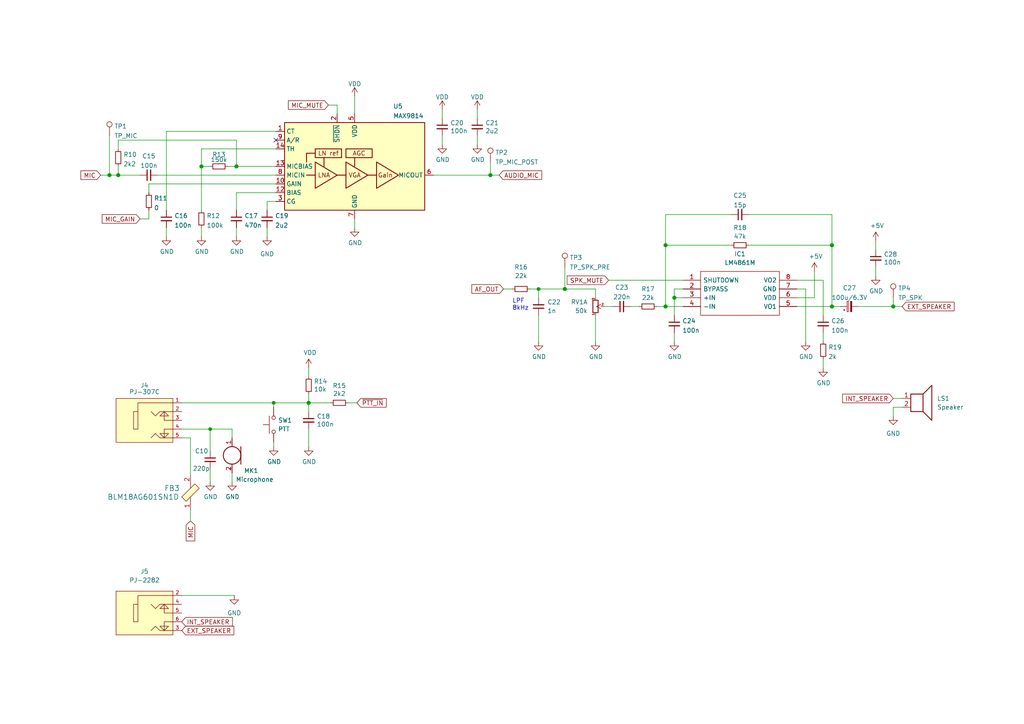
<source format=kicad_sch>
(kicad_sch (version 20211123) (generator eeschema)

  (uuid a2346957-ee14-4540-9082-a068845f2c64)

  (paper "A4")

  (title_block
    (title "Mini17 - QRP M17 handheld")
    (date "2022-07-25")
    (rev "A")
    (company "M17 Project")
  )

  (lib_symbols
    (symbol "Amplifier_Audio:MAX9814" (in_bom yes) (on_board yes)
      (property "Reference" "U" (id 0) (at -20.32 13.97 0)
        (effects (font (size 1.27 1.27)) (justify left))
      )
      (property "Value" "MAX9814" (id 1) (at 11.43 13.97 0)
        (effects (font (size 1.27 1.27)) (justify left))
      )
      (property "Footprint" "Package_DFN_QFN:DFN-14-1EP_3x3mm_P0.4mm_EP1.78x2.35mm" (id 2) (at 0 0 0)
        (effects (font (size 1.27 1.27)) hide)
      )
      (property "Datasheet" "https://datasheets.maximintegrated.com/en/ds/MAX9814.pdf" (id 3) (at 0 0 0)
        (effects (font (size 1.27 1.27)) hide)
      )
      (property "ki_keywords" "audio microphone amplifier" (id 4) (at 0 0 0)
        (effects (font (size 1.27 1.27)) hide)
      )
      (property "ki_description" "Microphone Amplifier with AGC and Low-Noise Microphone Bias, TDFN-14" (id 5) (at 0 0 0)
        (effects (font (size 1.27 1.27)) hide)
      )
      (property "ki_fp_filters" "*DFN*EP*3x3mm*P0.4mm*" (id 6) (at 0 0 0)
        (effects (font (size 1.27 1.27)) hide)
      )
      (symbol "MAX9814_0_0"
        (rectangle (start -11.43 5.08) (end -3.81 2.54)
          (stroke (width 0.254) (type default) (color 0 0 0 0))
          (fill (type none))
        )
        (rectangle (start -2.54 5.08) (end 5.08 2.54)
          (stroke (width 0.254) (type default) (color 0 0 0 0))
          (fill (type none))
        )
        (polyline
          (pts
            (xy -11.43 -2.54)
            (xy -13.97 -2.54)
          )
          (stroke (width 0.254) (type default) (color 0 0 0 0))
          (fill (type none))
        )
        (polyline
          (pts
            (xy -8.89 2.54)
            (xy -8.89 0)
          )
          (stroke (width 0.254) (type default) (color 0 0 0 0))
          (fill (type none))
        )
        (polyline
          (pts
            (xy -2.54 -2.54)
            (xy -5.08 -2.54)
          )
          (stroke (width 0.254) (type default) (color 0 0 0 0))
          (fill (type none))
        )
        (polyline
          (pts
            (xy 0 2.54)
            (xy 0 0)
          )
          (stroke (width 0.254) (type default) (color 0 0 0 0))
          (fill (type none))
        )
        (polyline
          (pts
            (xy 3.81 -2.54)
            (xy 6.35 -2.54)
          )
          (stroke (width 0.254) (type default) (color 0 0 0 0))
          (fill (type none))
        )
        (polyline
          (pts
            (xy -11.43 3.81)
            (xy -13.97 3.81)
            (xy -13.97 1.27)
          )
          (stroke (width 0.254) (type default) (color 0 0 0 0))
          (fill (type none))
        )
        (polyline
          (pts
            (xy -5.08 -2.54)
            (xy -11.43 1.27)
            (xy -11.43 -6.35)
            (xy -5.08 -2.54)
          )
          (stroke (width 0.254) (type default) (color 0 0 0 0))
          (fill (type none))
        )
        (polyline
          (pts
            (xy 3.81 -2.54)
            (xy -2.54 1.27)
            (xy -2.54 -6.35)
            (xy 3.81 -2.54)
          )
          (stroke (width 0.254) (type default) (color 0 0 0 0))
          (fill (type none))
        )
        (polyline
          (pts
            (xy 12.7 -2.54)
            (xy 6.35 1.27)
            (xy 6.35 -6.35)
            (xy 12.7 -2.54)
          )
          (stroke (width 0.254) (type default) (color 0 0 0 0))
          (fill (type none))
        )
        (text "AGC" (at 1.27 3.81 0)
          (effects (font (size 1.27 1.27)))
        )
        (text "Gain" (at 8.89 -2.54 0)
          (effects (font (size 1.27 1.27)))
        )
        (text "LN ref" (at -7.62 3.81 0)
          (effects (font (size 1.27 1.27)))
        )
        (text "LNA" (at -8.89 -2.54 0)
          (effects (font (size 1.27 1.27)))
        )
        (text "VGA" (at 0 -2.54 0)
          (effects (font (size 1.27 1.27)))
        )
      )
      (symbol "MAX9814_0_1"
        (rectangle (start -20.32 12.7) (end 20.32 -12.7)
          (stroke (width 0.254) (type default) (color 0 0 0 0))
          (fill (type background))
        )
      )
      (symbol "MAX9814_1_1"
        (pin input line (at -22.86 10.16 0) (length 2.54)
          (name "CT" (effects (font (size 1.27 1.27))))
          (number "1" (effects (font (size 1.27 1.27))))
        )
        (pin input line (at -22.86 -5.08 0) (length 2.54)
          (name "GAIN" (effects (font (size 1.27 1.27))))
          (number "10" (effects (font (size 1.27 1.27))))
        )
        (pin passive line (at 0 -15.24 90) (length 2.54) hide
          (name "GND" (effects (font (size 1.27 1.27))))
          (number "11" (effects (font (size 1.27 1.27))))
        )
        (pin passive line (at -22.86 -7.62 0) (length 2.54)
          (name "BIAS" (effects (font (size 1.27 1.27))))
          (number "12" (effects (font (size 1.27 1.27))))
        )
        (pin output line (at -22.86 0 0) (length 2.54)
          (name "MICBIAS" (effects (font (size 1.27 1.27))))
          (number "13" (effects (font (size 1.27 1.27))))
        )
        (pin input line (at -22.86 5.08 0) (length 2.54)
          (name "TH" (effects (font (size 1.27 1.27))))
          (number "14" (effects (font (size 1.27 1.27))))
        )
        (pin passive line (at 0 -15.24 90) (length 2.54) hide
          (name "GND" (effects (font (size 1.27 1.27))))
          (number "15" (effects (font (size 1.27 1.27))))
        )
        (pin input line (at -5.08 15.24 270) (length 2.54)
          (name "~{SHDN}" (effects (font (size 1.27 1.27))))
          (number "2" (effects (font (size 1.27 1.27))))
        )
        (pin passive line (at -22.86 -10.16 0) (length 2.54)
          (name "CG" (effects (font (size 1.27 1.27))))
          (number "3" (effects (font (size 1.27 1.27))))
        )
        (pin passive line (at 0 -15.24 90) (length 2.54) hide
          (name "GND" (effects (font (size 1.27 1.27))))
          (number "4" (effects (font (size 1.27 1.27))))
        )
        (pin power_in line (at 0 15.24 270) (length 2.54)
          (name "VDD" (effects (font (size 1.27 1.27))))
          (number "5" (effects (font (size 1.27 1.27))))
        )
        (pin output line (at 22.86 -2.54 180) (length 2.54)
          (name "MICOUT" (effects (font (size 1.27 1.27))))
          (number "6" (effects (font (size 1.27 1.27))))
        )
        (pin power_in line (at 0 -15.24 90) (length 2.54)
          (name "GND" (effects (font (size 1.27 1.27))))
          (number "7" (effects (font (size 1.27 1.27))))
        )
        (pin input line (at -22.86 -2.54 0) (length 2.54)
          (name "MICIN" (effects (font (size 1.27 1.27))))
          (number "8" (effects (font (size 1.27 1.27))))
        )
        (pin input line (at -22.86 7.62 0) (length 2.54)
          (name "A/R" (effects (font (size 1.27 1.27))))
          (number "9" (effects (font (size 1.27 1.27))))
        )
      )
    )
    (symbol "AudioJack:PJ-2282" (in_bom yes) (on_board yes)
      (property "Reference" "J" (id 0) (at -7.62 -1.27 0)
        (effects (font (size 1.27 1.27)))
      )
      (property "Value" "PJ-2282" (id 1) (at 2.54 -1.27 0)
        (effects (font (size 1.27 1.27)))
      )
      (property "Footprint" "" (id 2) (at 0 0 0)
        (effects (font (size 1.27 1.27)) hide)
      )
      (property "Datasheet" "" (id 3) (at 0 0 0)
        (effects (font (size 1.27 1.27)) hide)
      )
      (symbol "PJ-2282_0_1"
        (rectangle (start -8.89 -2.54) (end 7.62 -15.24)
          (stroke (width 0) (type default) (color 0 0 0 0))
          (fill (type background))
        )
        (polyline
          (pts
            (xy 7.62 -11.43)
            (xy 5.08 -11.43)
            (xy 5.08 -13.97)
          )
          (stroke (width 0) (type default) (color 0 0 0 0))
          (fill (type none))
        )
        (polyline
          (pts
            (xy 7.62 -8.89)
            (xy 5.08 -8.89)
            (xy 5.08 -6.35)
          )
          (stroke (width 0) (type default) (color 0 0 0 0))
          (fill (type none))
        )
        (polyline
          (pts
            (xy 5.08 -13.97)
            (xy 3.81 -12.7)
            (xy 6.35 -12.7)
            (xy 5.08 -13.97)
          )
          (stroke (width 0) (type default) (color 0 0 0 0))
          (fill (type none))
        )
        (polyline
          (pts
            (xy 5.08 -6.35)
            (xy 3.81 -7.62)
            (xy 6.35 -7.62)
            (xy 5.08 -6.35)
          )
          (stroke (width 0) (type default) (color 0 0 0 0))
          (fill (type none))
        )
        (polyline
          (pts
            (xy 7.62 -13.97)
            (xy 3.81 -13.97)
            (xy 2.54 -12.7)
            (xy 1.27 -13.97)
          )
          (stroke (width 0) (type default) (color 0 0 0 0))
          (fill (type none))
        )
        (polyline
          (pts
            (xy 7.62 -6.35)
            (xy 3.81 -6.35)
            (xy 2.54 -7.62)
            (xy 1.27 -6.35)
          )
          (stroke (width 0) (type default) (color 0 0 0 0))
          (fill (type none))
        )
        (polyline
          (pts
            (xy 7.62 -3.81)
            (xy 2.54 -3.81)
            (xy -2.54 -3.81)
            (xy -2.54 -11.43)
            (xy -3.81 -11.43)
            (xy -3.81 -6.35)
            (xy -2.54 -6.35)
          )
          (stroke (width 0) (type default) (color 0 0 0 0))
          (fill (type none))
        )
      )
      (symbol "PJ-2282_1_1"
        (pin input line (at 10.16 -3.81 180) (length 2.54)
          (name "" (effects (font (size 1 1))))
          (number "2" (effects (font (size 1 1))))
        )
        (pin input line (at 10.16 -13.97 180) (length 2.54)
          (name "" (effects (font (size 1 1))))
          (number "3" (effects (font (size 1 1))))
        )
        (pin input line (at 10.16 -6.35 180) (length 2.54)
          (name "" (effects (font (size 1 1))))
          (number "4" (effects (font (size 1 1))))
        )
        (pin input line (at 10.16 -8.89 180) (length 2.54)
          (name "" (effects (font (size 1 1))))
          (number "5" (effects (font (size 1 1))))
        )
        (pin input line (at 10.16 -11.43 180) (length 2.54)
          (name "" (effects (font (size 1 1))))
          (number "6" (effects (font (size 1 1))))
        )
      )
    )
    (symbol "AudioJack:PJ-307C" (in_bom yes) (on_board yes)
      (property "Reference" "J" (id 0) (at -6.35 -1.27 0)
        (effects (font (size 1.27 1.27)))
      )
      (property "Value" "PJ-307C" (id 1) (at 1.27 -1.27 0)
        (effects (font (size 1.27 1.27)))
      )
      (property "Footprint" "" (id 2) (at 0 0 0)
        (effects (font (size 1.27 1.27)) hide)
      )
      (property "Datasheet" "" (id 3) (at 0 0 0)
        (effects (font (size 1.27 1.27)) hide)
      )
      (symbol "PJ-307C_0_1"
        (rectangle (start -7.62 -2.54) (end 8.89 -15.24)
          (stroke (width 0) (type default) (color 0 0 0 0))
          (fill (type background))
        )
        (polyline
          (pts
            (xy 8.89 -11.43)
            (xy 6.35 -11.43)
            (xy 6.35 -13.97)
          )
          (stroke (width 0) (type default) (color 0 0 0 0))
          (fill (type none))
        )
        (polyline
          (pts
            (xy 8.89 -8.89)
            (xy 6.35 -8.89)
            (xy 6.35 -6.35)
          )
          (stroke (width 0) (type default) (color 0 0 0 0))
          (fill (type none))
        )
        (polyline
          (pts
            (xy 6.35 -13.97)
            (xy 5.08 -12.7)
            (xy 7.62 -12.7)
            (xy 6.35 -13.97)
          )
          (stroke (width 0) (type default) (color 0 0 0 0))
          (fill (type none))
        )
        (polyline
          (pts
            (xy 6.35 -6.35)
            (xy 5.08 -7.62)
            (xy 7.62 -7.62)
            (xy 6.35 -6.35)
          )
          (stroke (width 0) (type default) (color 0 0 0 0))
          (fill (type none))
        )
        (polyline
          (pts
            (xy 8.89 -13.97)
            (xy 5.08 -13.97)
            (xy 3.81 -12.7)
            (xy 2.54 -13.97)
          )
          (stroke (width 0) (type default) (color 0 0 0 0))
          (fill (type none))
        )
        (polyline
          (pts
            (xy 8.89 -6.35)
            (xy 5.08 -6.35)
            (xy 3.81 -7.62)
            (xy 2.54 -6.35)
          )
          (stroke (width 0) (type default) (color 0 0 0 0))
          (fill (type none))
        )
        (polyline
          (pts
            (xy 8.89 -3.81)
            (xy 3.81 -3.81)
            (xy -1.27 -3.81)
            (xy -1.27 -11.43)
            (xy -2.54 -11.43)
            (xy -2.54 -6.35)
            (xy -1.27 -6.35)
          )
          (stroke (width 0) (type default) (color 0 0 0 0))
          (fill (type none))
        )
      )
      (symbol "PJ-307C_1_1"
        (pin input line (at 11.43 -3.81 180) (length 2.54)
          (name "" (effects (font (size 1 1))))
          (number "1" (effects (font (size 1 1))))
        )
        (pin input line (at 11.43 -6.35 180) (length 2.54)
          (name "" (effects (font (size 1 1))))
          (number "2" (effects (font (size 1 1))))
        )
        (pin input line (at 11.43 -8.89 180) (length 2.54)
          (name "" (effects (font (size 1 1))))
          (number "3" (effects (font (size 1 1))))
        )
        (pin input line (at 11.43 -11.43 180) (length 2.54)
          (name "" (effects (font (size 1 1))))
          (number "4" (effects (font (size 1 1))))
        )
        (pin input line (at 11.43 -13.97 180) (length 2.54)
          (name "" (effects (font (size 1 1))))
          (number "5" (effects (font (size 1 1))))
        )
      )
    )
    (symbol "Connector:TestPoint" (pin_numbers hide) (pin_names (offset 0.762) hide) (in_bom yes) (on_board yes)
      (property "Reference" "TP" (id 0) (at 0 6.858 0)
        (effects (font (size 1.27 1.27)))
      )
      (property "Value" "TestPoint" (id 1) (at 0 5.08 0)
        (effects (font (size 1.27 1.27)))
      )
      (property "Footprint" "" (id 2) (at 5.08 0 0)
        (effects (font (size 1.27 1.27)) hide)
      )
      (property "Datasheet" "~" (id 3) (at 5.08 0 0)
        (effects (font (size 1.27 1.27)) hide)
      )
      (property "ki_keywords" "test point tp" (id 4) (at 0 0 0)
        (effects (font (size 1.27 1.27)) hide)
      )
      (property "ki_description" "test point" (id 5) (at 0 0 0)
        (effects (font (size 1.27 1.27)) hide)
      )
      (property "ki_fp_filters" "Pin* Test*" (id 6) (at 0 0 0)
        (effects (font (size 1.27 1.27)) hide)
      )
      (symbol "TestPoint_0_1"
        (circle (center 0 3.302) (radius 0.762)
          (stroke (width 0) (type default) (color 0 0 0 0))
          (fill (type none))
        )
      )
      (symbol "TestPoint_1_1"
        (pin passive line (at 0 0 90) (length 2.54)
          (name "1" (effects (font (size 1.27 1.27))))
          (number "1" (effects (font (size 1.27 1.27))))
        )
      )
    )
    (symbol "Device:Microphone" (pin_names (offset 0.0254) hide) (in_bom yes) (on_board yes)
      (property "Reference" "MK" (id 0) (at -3.81 1.27 0)
        (effects (font (size 1.27 1.27)) (justify right))
      )
      (property "Value" "Microphone" (id 1) (at -3.81 -0.635 0)
        (effects (font (size 1.27 1.27)) (justify right))
      )
      (property "Footprint" "" (id 2) (at 0 2.54 90)
        (effects (font (size 1.27 1.27)) hide)
      )
      (property "Datasheet" "~" (id 3) (at 0 2.54 90)
        (effects (font (size 1.27 1.27)) hide)
      )
      (property "ki_keywords" "microphone" (id 4) (at 0 0 0)
        (effects (font (size 1.27 1.27)) hide)
      )
      (property "ki_description" "Microphone" (id 5) (at 0 0 0)
        (effects (font (size 1.27 1.27)) hide)
      )
      (symbol "Microphone_0_1"
        (polyline
          (pts
            (xy -2.54 2.54)
            (xy -2.54 -2.54)
          )
          (stroke (width 0.254) (type default) (color 0 0 0 0))
          (fill (type none))
        )
        (polyline
          (pts
            (xy 0.254 3.81)
            (xy 0.762 3.81)
          )
          (stroke (width 0) (type default) (color 0 0 0 0))
          (fill (type none))
        )
        (polyline
          (pts
            (xy 0.508 4.064)
            (xy 0.508 3.556)
          )
          (stroke (width 0) (type default) (color 0 0 0 0))
          (fill (type none))
        )
        (circle (center 0 0) (radius 2.54)
          (stroke (width 0.254) (type default) (color 0 0 0 0))
          (fill (type none))
        )
      )
      (symbol "Microphone_1_1"
        (pin passive line (at 0 -5.08 90) (length 2.54)
          (name "-" (effects (font (size 1.27 1.27))))
          (number "1" (effects (font (size 1.27 1.27))))
        )
        (pin passive line (at 0 5.08 270) (length 2.54)
          (name "+" (effects (font (size 1.27 1.27))))
          (number "2" (effects (font (size 1.27 1.27))))
        )
      )
    )
    (symbol "Device:Speaker" (pin_names (offset 0) hide) (in_bom yes) (on_board yes)
      (property "Reference" "LS" (id 0) (at 1.27 5.715 0)
        (effects (font (size 1.27 1.27)) (justify right))
      )
      (property "Value" "Speaker" (id 1) (at 1.27 3.81 0)
        (effects (font (size 1.27 1.27)) (justify right))
      )
      (property "Footprint" "" (id 2) (at 0 -5.08 0)
        (effects (font (size 1.27 1.27)) hide)
      )
      (property "Datasheet" "~" (id 3) (at -0.254 -1.27 0)
        (effects (font (size 1.27 1.27)) hide)
      )
      (property "ki_keywords" "speaker sound" (id 4) (at 0 0 0)
        (effects (font (size 1.27 1.27)) hide)
      )
      (property "ki_description" "Speaker" (id 5) (at 0 0 0)
        (effects (font (size 1.27 1.27)) hide)
      )
      (symbol "Speaker_0_0"
        (rectangle (start -2.54 1.27) (end 1.016 -3.81)
          (stroke (width 0.254) (type default) (color 0 0 0 0))
          (fill (type none))
        )
        (polyline
          (pts
            (xy 1.016 1.27)
            (xy 3.556 3.81)
            (xy 3.556 -6.35)
            (xy 1.016 -3.81)
          )
          (stroke (width 0.254) (type default) (color 0 0 0 0))
          (fill (type none))
        )
      )
      (symbol "Speaker_1_1"
        (pin input line (at -5.08 0 0) (length 2.54)
          (name "1" (effects (font (size 1.27 1.27))))
          (number "1" (effects (font (size 1.27 1.27))))
        )
        (pin input line (at -5.08 -2.54 0) (length 2.54)
          (name "2" (effects (font (size 1.27 1.27))))
          (number "2" (effects (font (size 1.27 1.27))))
        )
      )
    )
    (symbol "Module17:LM4861MX_NOPB" (pin_names (offset 0.762)) (in_bom yes) (on_board yes)
      (property "Reference" "IC" (id 0) (at 29.21 7.62 0)
        (effects (font (size 1.27 1.27)) (justify left))
      )
      (property "Value" "LM4861MX_NOPB" (id 1) (at 29.21 5.08 0)
        (effects (font (size 1.27 1.27)) (justify left))
      )
      (property "Footprint" "SOIC127P600X175-8N" (id 2) (at 29.21 2.54 0)
        (effects (font (size 1.27 1.27)) (justify left) hide)
      )
      (property "Datasheet" "https://www.ti.com/lit/gpn/LM4861" (id 3) (at 29.21 0 0)
        (effects (font (size 1.27 1.27)) (justify left) hide)
      )
      (property "Description" "TEXAS INSTRUMENTS - LM4861MX/NOPB - Audio Power Amplifier, 1.1 W, AB, 1 Channel, 2V to 5.5V, SOIC, 8 Pins" (id 4) (at 29.21 -2.54 0)
        (effects (font (size 1.27 1.27)) (justify left) hide)
      )
      (property "Height" "1.75" (id 5) (at 29.21 -5.08 0)
        (effects (font (size 1.27 1.27)) (justify left) hide)
      )
      (property "Mouser Part Number" "926-LM4861MX/NOPB" (id 6) (at 29.21 -7.62 0)
        (effects (font (size 1.27 1.27)) (justify left) hide)
      )
      (property "Mouser Price/Stock" "https://www.mouser.co.uk/ProductDetail/Texas-Instruments/LM4861MX-NOPB?qs=QbsRYf82W3FxTp8pKIvxnw%3D%3D" (id 7) (at 29.21 -10.16 0)
        (effects (font (size 1.27 1.27)) (justify left) hide)
      )
      (property "Manufacturer_Name" "Texas Instruments" (id 8) (at 29.21 -12.7 0)
        (effects (font (size 1.27 1.27)) (justify left) hide)
      )
      (property "Manufacturer_Part_Number" "LM4861MX/NOPB" (id 9) (at 29.21 -15.24 0)
        (effects (font (size 1.27 1.27)) (justify left) hide)
      )
      (property "ki_description" "TEXAS INSTRUMENTS - LM4861MX/NOPB - Audio Power Amplifier, 1.1 W, AB, 1 Channel, 2V to 5.5V, SOIC, 8 Pins" (id 10) (at 0 0 0)
        (effects (font (size 1.27 1.27)) hide)
      )
      (symbol "LM4861MX_NOPB_0_0"
        (pin passive line (at 0 0 0) (length 5.08)
          (name "SHUTDOWN" (effects (font (size 1.27 1.27))))
          (number "1" (effects (font (size 1.27 1.27))))
        )
        (pin passive line (at 0 -2.54 0) (length 5.08)
          (name "BYPASS" (effects (font (size 1.27 1.27))))
          (number "2" (effects (font (size 1.27 1.27))))
        )
        (pin passive line (at 0 -5.08 0) (length 5.08)
          (name "+IN" (effects (font (size 1.27 1.27))))
          (number "3" (effects (font (size 1.27 1.27))))
        )
        (pin passive line (at 0 -7.62 0) (length 5.08)
          (name "-IN" (effects (font (size 1.27 1.27))))
          (number "4" (effects (font (size 1.27 1.27))))
        )
        (pin passive line (at 33.02 -7.62 180) (length 5.08)
          (name "VO1" (effects (font (size 1.27 1.27))))
          (number "5" (effects (font (size 1.27 1.27))))
        )
        (pin passive line (at 33.02 -5.08 180) (length 5.08)
          (name "VDD" (effects (font (size 1.27 1.27))))
          (number "6" (effects (font (size 1.27 1.27))))
        )
        (pin passive line (at 33.02 -2.54 180) (length 5.08)
          (name "GND" (effects (font (size 1.27 1.27))))
          (number "7" (effects (font (size 1.27 1.27))))
        )
        (pin passive line (at 33.02 0 180) (length 5.08)
          (name "VO2" (effects (font (size 1.27 1.27))))
          (number "8" (effects (font (size 1.27 1.27))))
        )
      )
      (symbol "LM4861MX_NOPB_0_1"
        (polyline
          (pts
            (xy 5.08 2.54)
            (xy 27.94 2.54)
            (xy 27.94 -10.16)
            (xy 5.08 -10.16)
            (xy 5.08 2.54)
          )
          (stroke (width 0.1524) (type default) (color 0 0 0 0))
          (fill (type none))
        )
      )
    )
    (symbol "R_Potentiometer_Switch_1" (pin_names (offset 1.016) hide) (in_bom yes) (on_board yes)
      (property "Reference" "RV" (id 0) (at -4.445 0 90)
        (effects (font (size 1.27 1.27)))
      )
      (property "Value" "R_Potentiometer_Switch_1" (id 1) (at -2.54 0 90)
        (effects (font (size 1.27 1.27)))
      )
      (property "Footprint" "" (id 2) (at 0 0 0)
        (effects (font (size 1.27 1.27)) hide)
      )
      (property "Datasheet" "~" (id 3) (at -2.54 0 90)
        (effects (font (size 1.27 1.27)) hide)
      )
      (property "ki_locked" "" (id 4) (at 0 0 0)
        (effects (font (size 1.27 1.27)))
      )
      (property "ki_keywords" "resistor variable" (id 5) (at 0 0 0)
        (effects (font (size 1.27 1.27)) hide)
      )
      (property "ki_description" "Potentiometer" (id 6) (at 0 0 0)
        (effects (font (size 1.27 1.27)) hide)
      )
      (property "ki_fp_filters" "Potentiometer*" (id 7) (at 0 0 0)
        (effects (font (size 1.27 1.27)) hide)
      )
      (symbol "R_Potentiometer_Switch_1_0_1"
        (rectangle (start 0.762 1.778) (end -0.762 -1.8288)
          (stroke (width 0.254) (type default) (color 0 0 0 0))
          (fill (type none))
        )
      )
      (symbol "R_Potentiometer_Switch_1_1_1"
        (pin passive line (at 0 2.54 270) (length 0.635)
          (name "1" (effects (font (size 0.635 0.635))))
          (number "1" (effects (font (size 0.635 0.635))))
        )
        (pin passive clock (at 2.54 0 180) (length 0.9906)
          (name "2" (effects (font (size 0.635 0.635))))
          (number "2" (effects (font (size 0.635 0.635))))
        )
        (pin passive line (at 0 -2.54 90) (length 0.635)
          (name "3" (effects (font (size 0.635 0.635))))
          (number "3" (effects (font (size 0.635 0.635))))
        )
      )
      (symbol "R_Potentiometer_Switch_1_2_1"
        (polyline
          (pts
            (xy 0 2.54)
            (xy 0 0)
          )
          (stroke (width 0.1524) (type default) (color 0 0 0 0))
          (fill (type none))
        )
        (polyline
          (pts
            (xy 0 -3.81)
            (xy 0 -2.54)
            (xy 1.27 0)
          )
          (stroke (width 0.1524) (type default) (color 0 0 0 0))
          (fill (type none))
        )
        (pin input line (at 0 5.08 270) (length 2.54)
          (name "SW" (effects (font (size 1.27 1.27))))
          (number "SW1" (effects (font (size 1.27 1.27))))
        )
        (pin input line (at 0 -6.35 90) (length 2.54)
          (name "SW" (effects (font (size 1.27 1.27))))
          (number "SW2" (effects (font (size 1.27 1.27))))
        )
      )
    )
    (symbol "Switch:SW_Push" (pin_numbers hide) (pin_names (offset 1.016) hide) (in_bom yes) (on_board yes)
      (property "Reference" "SW" (id 0) (at 1.27 2.54 0)
        (effects (font (size 1.27 1.27)) (justify left))
      )
      (property "Value" "SW_Push" (id 1) (at 0 -1.524 0)
        (effects (font (size 1.27 1.27)))
      )
      (property "Footprint" "" (id 2) (at 0 5.08 0)
        (effects (font (size 1.27 1.27)) hide)
      )
      (property "Datasheet" "~" (id 3) (at 0 5.08 0)
        (effects (font (size 1.27 1.27)) hide)
      )
      (property "ki_keywords" "switch normally-open pushbutton push-button" (id 4) (at 0 0 0)
        (effects (font (size 1.27 1.27)) hide)
      )
      (property "ki_description" "Push button switch, generic, two pins" (id 5) (at 0 0 0)
        (effects (font (size 1.27 1.27)) hide)
      )
      (symbol "SW_Push_0_1"
        (circle (center -2.032 0) (radius 0.508)
          (stroke (width 0) (type default) (color 0 0 0 0))
          (fill (type none))
        )
        (polyline
          (pts
            (xy 0 1.27)
            (xy 0 3.048)
          )
          (stroke (width 0) (type default) (color 0 0 0 0))
          (fill (type none))
        )
        (polyline
          (pts
            (xy 2.54 1.27)
            (xy -2.54 1.27)
          )
          (stroke (width 0) (type default) (color 0 0 0 0))
          (fill (type none))
        )
        (circle (center 2.032 0) (radius 0.508)
          (stroke (width 0) (type default) (color 0 0 0 0))
          (fill (type none))
        )
        (pin passive line (at -5.08 0 0) (length 2.54)
          (name "1" (effects (font (size 1.27 1.27))))
          (number "1" (effects (font (size 1.27 1.27))))
        )
        (pin passive line (at 5.08 0 180) (length 2.54)
          (name "2" (effects (font (size 1.27 1.27))))
          (number "2" (effects (font (size 1.27 1.27))))
        )
      )
    )
    (symbol "dk_Ferrite-Beads-and-Chips:BLM18AG601SN1D" (pin_names (offset 1.016)) (in_bom yes) (on_board yes)
      (property "Reference" "FB" (id 0) (at -2.54 3.81 0)
        (effects (font (size 1.524 1.524)))
      )
      (property "Value" "BLM18AG601SN1D" (id 1) (at 0 -3.81 0)
        (effects (font (size 1.524 1.524)) (justify left))
      )
      (property "Footprint" "digikey-footprints:0603" (id 2) (at 5.08 5.08 0)
        (effects (font (size 1.524 1.524)) (justify left) hide)
      )
      (property "Datasheet" "https://www.murata.com/en-us/products/productdata/8796738650142/ENFA0003.pdf" (id 3) (at 5.08 7.62 0)
        (effects (font (size 1.524 1.524)) (justify left) hide)
      )
      (property "Digi-Key_PN" "490-1014-1-ND" (id 4) (at 5.08 10.16 0)
        (effects (font (size 1.524 1.524)) (justify left) hide)
      )
      (property "MPN" "BLM18AG601SN1D" (id 5) (at 5.08 12.7 0)
        (effects (font (size 1.524 1.524)) (justify left) hide)
      )
      (property "Category" "Filters" (id 6) (at 5.08 15.24 0)
        (effects (font (size 1.524 1.524)) (justify left) hide)
      )
      (property "Family" "Ferrite Beads and Chips" (id 7) (at 5.08 17.78 0)
        (effects (font (size 1.524 1.524)) (justify left) hide)
      )
      (property "DK_Datasheet_Link" "https://www.murata.com/en-us/products/productdata/8796738650142/ENFA0003.pdf" (id 8) (at 5.08 20.32 0)
        (effects (font (size 1.524 1.524)) (justify left) hide)
      )
      (property "DK_Detail_Page" "/product-detail/en/murata-electronics-north-america/BLM18AG601SN1D/490-1014-1-ND/584462" (id 9) (at 5.08 22.86 0)
        (effects (font (size 1.524 1.524)) (justify left) hide)
      )
      (property "Description" "FERRITE BEAD 600 OHM 0603 1LN" (id 10) (at 5.08 25.4 0)
        (effects (font (size 1.524 1.524)) (justify left) hide)
      )
      (property "Manufacturer" "Murata Electronics North America" (id 11) (at 5.08 27.94 0)
        (effects (font (size 1.524 1.524)) (justify left) hide)
      )
      (property "Status" "Active" (id 12) (at 5.08 30.48 0)
        (effects (font (size 1.524 1.524)) (justify left) hide)
      )
      (property "ki_keywords" "490-1014-1-ND EMIFIL®, BLM18" (id 13) (at 0 0 0)
        (effects (font (size 1.27 1.27)) hide)
      )
      (property "ki_description" "FERRITE BEAD 600 OHM 0603 1LN" (id 14) (at 0 0 0)
        (effects (font (size 1.27 1.27)) hide)
      )
      (symbol "BLM18AG601SN1D_0_1"
        (polyline
          (pts
            (xy -1.27 0)
            (xy -2.54 0)
          )
          (stroke (width 0) (type default) (color 0 0 0 0))
          (fill (type none))
        )
        (polyline
          (pts
            (xy 1.27 0)
            (xy 2.54 0)
          )
          (stroke (width 0) (type default) (color 0 0 0 0))
          (fill (type none))
        )
        (polyline
          (pts
            (xy -1.27 2.54)
            (xy -2.54 1.27)
            (xy 1.27 -2.54)
            (xy 2.54 -1.27)
            (xy -1.27 2.54)
          )
          (stroke (width 0) (type default) (color 0 0 0 0))
          (fill (type background))
        )
      )
      (symbol "BLM18AG601SN1D_1_1"
        (pin passive line (at -5.08 0 0) (length 2.54)
          (name "~" (effects (font (size 1.27 1.27))))
          (number "1" (effects (font (size 1.27 1.27))))
        )
        (pin passive line (at 5.08 0 180) (length 2.54)
          (name "~" (effects (font (size 1.27 1.27))))
          (number "2" (effects (font (size 1.27 1.27))))
        )
      )
    )
    (symbol "pkl_device:pkl_CP_Small" (pin_numbers hide) (pin_names (offset 0.254) hide) (in_bom yes) (on_board yes)
      (property "Reference" "C" (id 0) (at 0.254 1.778 0)
        (effects (font (size 1.27 1.27)) (justify left))
      )
      (property "Value" "pkl_CP_Small" (id 1) (at 0.254 -2.032 0)
        (effects (font (size 1.27 1.27)) (justify left))
      )
      (property "Footprint" "" (id 2) (at 0 0 0)
        (effects (font (size 1.524 1.524)))
      )
      (property "Datasheet" "" (id 3) (at 0 0 0)
        (effects (font (size 1.524 1.524)))
      )
      (property "ki_description" "Polarised capacitor" (id 4) (at 0 0 0)
        (effects (font (size 1.27 1.27)) hide)
      )
      (property "ki_fp_filters" "CP* Elko* TantalC* C*elec c_elec* SMD*_Pol" (id 5) (at 0 0 0)
        (effects (font (size 1.27 1.27)) hide)
      )
      (symbol "pkl_CP_Small_0_1"
        (rectangle (start -1.524 -0.3048) (end 1.524 -0.6858)
          (stroke (width 0) (type default) (color 0 0 0 0))
          (fill (type outline))
        )
        (rectangle (start -1.524 0.6858) (end 1.524 0.3048)
          (stroke (width 0) (type default) (color 0 0 0 0))
          (fill (type none))
        )
        (polyline
          (pts
            (xy -1.27 1.524)
            (xy -0.762 1.524)
          )
          (stroke (width 0) (type default) (color 0 0 0 0))
          (fill (type none))
        )
        (polyline
          (pts
            (xy -1.016 1.27)
            (xy -1.016 1.778)
          )
          (stroke (width 0) (type default) (color 0 0 0 0))
          (fill (type none))
        )
      )
      (symbol "pkl_CP_Small_1_1"
        (pin passive line (at 0 2.54 270) (length 1.8542)
          (name "~" (effects (font (size 1.016 1.016))))
          (number "1" (effects (font (size 1.016 1.016))))
        )
        (pin passive line (at 0 -2.54 90) (length 1.8542)
          (name "~" (effects (font (size 1.016 1.016))))
          (number "2" (effects (font (size 1.016 1.016))))
        )
      )
    )
    (symbol "pkl_device:pkl_C_Small" (pin_numbers hide) (pin_names (offset 0.254) hide) (in_bom yes) (on_board yes)
      (property "Reference" "C" (id 0) (at 0.254 1.778 0)
        (effects (font (size 1.27 1.27)) (justify left))
      )
      (property "Value" "pkl_C_Small" (id 1) (at 0.254 -2.032 0)
        (effects (font (size 1.27 1.27)) (justify left))
      )
      (property "Footprint" "" (id 2) (at 0 0 0)
        (effects (font (size 1.524 1.524)))
      )
      (property "Datasheet" "" (id 3) (at 0 0 0)
        (effects (font (size 1.524 1.524)))
      )
      (property "ki_description" "Unpolarized capacitor" (id 4) (at 0 0 0)
        (effects (font (size 1.27 1.27)) hide)
      )
      (property "ki_fp_filters" "C? C_????_* C_???? SMD*_c Capacitor*" (id 5) (at 0 0 0)
        (effects (font (size 1.27 1.27)) hide)
      )
      (symbol "pkl_C_Small_0_1"
        (polyline
          (pts
            (xy -1.524 -0.508)
            (xy 1.524 -0.508)
          )
          (stroke (width 0.3302) (type default) (color 0 0 0 0))
          (fill (type none))
        )
        (polyline
          (pts
            (xy -1.524 0.508)
            (xy 1.524 0.508)
          )
          (stroke (width 0.3048) (type default) (color 0 0 0 0))
          (fill (type none))
        )
      )
      (symbol "pkl_C_Small_1_1"
        (pin passive line (at 0 2.54 270) (length 1.905)
          (name "~" (effects (font (size 1.016 1.016))))
          (number "1" (effects (font (size 1.016 1.016))))
        )
        (pin passive line (at 0 -2.54 90) (length 2.032)
          (name "~" (effects (font (size 1.016 1.016))))
          (number "2" (effects (font (size 1.016 1.016))))
        )
      )
    )
    (symbol "pkl_device:pkl_R_Small" (pin_numbers hide) (pin_names (offset 0.254) hide) (in_bom yes) (on_board yes)
      (property "Reference" "R" (id 0) (at 0.762 0.508 0)
        (effects (font (size 1.27 1.27)) (justify left))
      )
      (property "Value" "pkl_R_Small" (id 1) (at 0.762 -1.016 0)
        (effects (font (size 1.27 1.27)) (justify left))
      )
      (property "Footprint" "" (id 2) (at 0 0 0)
        (effects (font (size 1.524 1.524)))
      )
      (property "Datasheet" "" (id 3) (at 0 0 0)
        (effects (font (size 1.524 1.524)))
      )
      (property "ki_description" "Resistor" (id 4) (at 0 0 0)
        (effects (font (size 1.27 1.27)) hide)
      )
      (property "ki_fp_filters" "Resistor_* R_*" (id 5) (at 0 0 0)
        (effects (font (size 1.27 1.27)) hide)
      )
      (symbol "pkl_R_Small_0_1"
        (rectangle (start -0.762 1.778) (end 0.762 -1.778)
          (stroke (width 0.2032) (type default) (color 0 0 0 0))
          (fill (type none))
        )
      )
      (symbol "pkl_R_Small_1_1"
        (pin passive line (at 0 2.54 270) (length 0.762)
          (name "~" (effects (font (size 1.016 1.016))))
          (number "1" (effects (font (size 1.016 1.016))))
        )
        (pin passive line (at 0 -2.54 90) (length 0.762)
          (name "~" (effects (font (size 1.016 1.016))))
          (number "2" (effects (font (size 1.016 1.016))))
        )
      )
    )
    (symbol "power:+5V" (power) (pin_names (offset 0)) (in_bom yes) (on_board yes)
      (property "Reference" "#PWR" (id 0) (at 0 -3.81 0)
        (effects (font (size 1.27 1.27)) hide)
      )
      (property "Value" "+5V" (id 1) (at 0 3.556 0)
        (effects (font (size 1.27 1.27)))
      )
      (property "Footprint" "" (id 2) (at 0 0 0)
        (effects (font (size 1.27 1.27)) hide)
      )
      (property "Datasheet" "" (id 3) (at 0 0 0)
        (effects (font (size 1.27 1.27)) hide)
      )
      (property "ki_keywords" "power-flag" (id 4) (at 0 0 0)
        (effects (font (size 1.27 1.27)) hide)
      )
      (property "ki_description" "Power symbol creates a global label with name \"+5V\"" (id 5) (at 0 0 0)
        (effects (font (size 1.27 1.27)) hide)
      )
      (symbol "+5V_0_1"
        (polyline
          (pts
            (xy -0.762 1.27)
            (xy 0 2.54)
          )
          (stroke (width 0) (type default) (color 0 0 0 0))
          (fill (type none))
        )
        (polyline
          (pts
            (xy 0 0)
            (xy 0 2.54)
          )
          (stroke (width 0) (type default) (color 0 0 0 0))
          (fill (type none))
        )
        (polyline
          (pts
            (xy 0 2.54)
            (xy 0.762 1.27)
          )
          (stroke (width 0) (type default) (color 0 0 0 0))
          (fill (type none))
        )
      )
      (symbol "+5V_1_1"
        (pin power_in line (at 0 0 90) (length 0) hide
          (name "+5V" (effects (font (size 1.27 1.27))))
          (number "1" (effects (font (size 1.27 1.27))))
        )
      )
    )
    (symbol "power:GND" (power) (pin_names (offset 0)) (in_bom yes) (on_board yes)
      (property "Reference" "#PWR" (id 0) (at 0 -6.35 0)
        (effects (font (size 1.27 1.27)) hide)
      )
      (property "Value" "GND" (id 1) (at 0 -3.81 0)
        (effects (font (size 1.27 1.27)))
      )
      (property "Footprint" "" (id 2) (at 0 0 0)
        (effects (font (size 1.27 1.27)) hide)
      )
      (property "Datasheet" "" (id 3) (at 0 0 0)
        (effects (font (size 1.27 1.27)) hide)
      )
      (property "ki_keywords" "power-flag" (id 4) (at 0 0 0)
        (effects (font (size 1.27 1.27)) hide)
      )
      (property "ki_description" "Power symbol creates a global label with name \"GND\" , ground" (id 5) (at 0 0 0)
        (effects (font (size 1.27 1.27)) hide)
      )
      (symbol "GND_0_1"
        (polyline
          (pts
            (xy 0 0)
            (xy 0 -1.27)
            (xy 1.27 -1.27)
            (xy 0 -2.54)
            (xy -1.27 -1.27)
            (xy 0 -1.27)
          )
          (stroke (width 0) (type default) (color 0 0 0 0))
          (fill (type none))
        )
      )
      (symbol "GND_1_1"
        (pin power_in line (at 0 0 270) (length 0) hide
          (name "GND" (effects (font (size 1.27 1.27))))
          (number "1" (effects (font (size 1.27 1.27))))
        )
      )
    )
    (symbol "power:VDD" (power) (pin_names (offset 0)) (in_bom yes) (on_board yes)
      (property "Reference" "#PWR" (id 0) (at 0 -3.81 0)
        (effects (font (size 1.27 1.27)) hide)
      )
      (property "Value" "VDD" (id 1) (at 0 3.81 0)
        (effects (font (size 1.27 1.27)))
      )
      (property "Footprint" "" (id 2) (at 0 0 0)
        (effects (font (size 1.27 1.27)) hide)
      )
      (property "Datasheet" "" (id 3) (at 0 0 0)
        (effects (font (size 1.27 1.27)) hide)
      )
      (property "ki_keywords" "power-flag" (id 4) (at 0 0 0)
        (effects (font (size 1.27 1.27)) hide)
      )
      (property "ki_description" "Power symbol creates a global label with name \"VDD\"" (id 5) (at 0 0 0)
        (effects (font (size 1.27 1.27)) hide)
      )
      (symbol "VDD_0_1"
        (polyline
          (pts
            (xy -0.762 1.27)
            (xy 0 2.54)
          )
          (stroke (width 0) (type default) (color 0 0 0 0))
          (fill (type none))
        )
        (polyline
          (pts
            (xy 0 0)
            (xy 0 2.54)
          )
          (stroke (width 0) (type default) (color 0 0 0 0))
          (fill (type none))
        )
        (polyline
          (pts
            (xy 0 2.54)
            (xy 0.762 1.27)
          )
          (stroke (width 0) (type default) (color 0 0 0 0))
          (fill (type none))
        )
      )
      (symbol "VDD_1_1"
        (pin power_in line (at 0 0 90) (length 0) hide
          (name "VDD" (effects (font (size 1.27 1.27))))
          (number "1" (effects (font (size 1.27 1.27))))
        )
      )
    )
  )

  (junction (at 31.75 50.8) (diameter 1.016) (color 0 0 0 0)
    (uuid 0e74b544-bbab-41ef-8347-b61d86723a23)
  )
  (junction (at 89.535 116.84) (diameter 1.016) (color 0 0 0 0)
    (uuid 17198f95-7cf3-4620-8e50-fe17d2700733)
  )
  (junction (at 60.96 124.46) (diameter 0) (color 0 0 0 0)
    (uuid 22121769-0d60-4a19-87b6-34af0f2082c5)
  )
  (junction (at 241.3 88.9) (diameter 1.016) (color 0 0 0 0)
    (uuid 45d3c5e4-85c7-47e9-a5cd-1a5f8e3273ec)
  )
  (junction (at 241.3 71.12) (diameter 1.016) (color 0 0 0 0)
    (uuid 5001c786-8a30-48e5-933a-a6c3ff895bbe)
  )
  (junction (at 79.375 116.84) (diameter 0) (color 0 0 0 0)
    (uuid 59f0e31e-7b85-48f1-8e1f-ffd37933dbef)
  )
  (junction (at 259.08 88.9) (diameter 1.016) (color 0 0 0 0)
    (uuid 72dd107e-32d4-4614-828c-07f60bc0c32e)
  )
  (junction (at 156.21 83.82) (diameter 0) (color 0 0 0 0)
    (uuid 8f0a903c-4ef5-483e-8263-6f37ec30b48a)
  )
  (junction (at 193.04 88.9) (diameter 1.016) (color 0 0 0 0)
    (uuid a3978817-94d5-4a2b-bad3-0ff71a671c2e)
  )
  (junction (at 163.83 83.82) (diameter 1.016) (color 0 0 0 0)
    (uuid a3d09137-1b44-4a7c-90ed-ea51ca57bd96)
  )
  (junction (at 34.29 50.8) (diameter 1.016) (color 0 0 0 0)
    (uuid a50e16c6-c4bc-4ca0-88df-8082417918f1)
  )
  (junction (at 58.42 48.26) (diameter 1.016) (color 0 0 0 0)
    (uuid aace6487-6bfb-4603-8089-1141390329e0)
  )
  (junction (at 193.04 71.12) (diameter 1.016) (color 0 0 0 0)
    (uuid ae702a4d-3e12-4bfe-8263-9ad71eed9f71)
  )
  (junction (at 142.24 50.8) (diameter 1.016) (color 0 0 0 0)
    (uuid b4ab3bcb-2712-45b0-a8d4-f7f177bb1e18)
  )
  (junction (at 68.58 48.26) (diameter 1.016) (color 0 0 0 0)
    (uuid b6a19779-2df3-4c03-9826-e1013a8d04dd)
  )
  (junction (at 195.58 86.36) (diameter 1.016) (color 0 0 0 0)
    (uuid dd901e57-56a5-45b0-9102-e8c25f0d903e)
  )

  (no_connect (at 80.01 40.64) (uuid c142f7fe-b505-471e-9f19-670aaaf3a7e4))

  (wire (pts (xy 89.535 106.68) (xy 89.535 109.22))
    (stroke (width 0) (type solid) (color 0 0 0 0))
    (uuid 011d2251-2790-40e7-919a-be278d5bb110)
  )
  (wire (pts (xy 193.04 71.12) (xy 193.04 88.9))
    (stroke (width 0) (type solid) (color 0 0 0 0))
    (uuid 066b6cff-b389-478d-85c2-42354f431876)
  )
  (wire (pts (xy 195.58 96.52) (xy 195.58 99.06))
    (stroke (width 0) (type solid) (color 0 0 0 0))
    (uuid 06791cfd-d25b-4d7e-99f1-edc0334bc0fd)
  )
  (wire (pts (xy 58.42 66.04) (xy 58.42 68.58))
    (stroke (width 0) (type solid) (color 0 0 0 0))
    (uuid 1493b9cd-d8c7-481a-bef3-66a1400ee561)
  )
  (wire (pts (xy 31.75 50.8) (xy 34.29 50.8))
    (stroke (width 0) (type solid) (color 0 0 0 0))
    (uuid 185adf05-b2bd-4a00-b5ef-956f2c63fc77)
  )
  (wire (pts (xy 172.72 91.44) (xy 172.72 99.06))
    (stroke (width 0) (type solid) (color 0 0 0 0))
    (uuid 1a18c474-3de9-4214-a504-35bf7b3ca963)
  )
  (wire (pts (xy 58.42 48.26) (xy 58.42 60.96))
    (stroke (width 0) (type solid) (color 0 0 0 0))
    (uuid 20dd0507-0c2b-4a63-8761-3f1e2fd04129)
  )
  (wire (pts (xy 146.05 83.82) (xy 148.59 83.82))
    (stroke (width 0) (type default) (color 0 0 0 0))
    (uuid 246e3ec9-b4c8-4402-89ac-7ac2ebf0a677)
  )
  (wire (pts (xy 259.08 120.65) (xy 259.08 118.11))
    (stroke (width 0) (type default) (color 0 0 0 0))
    (uuid 2958f417-4a55-4817-ae9a-332e4c07b222)
  )
  (wire (pts (xy 43.18 60.96) (xy 43.18 63.5))
    (stroke (width 0) (type solid) (color 0 0 0 0))
    (uuid 29608697-a771-4c38-bac5-d2d13673d921)
  )
  (wire (pts (xy 52.705 124.46) (xy 60.96 124.46))
    (stroke (width 0) (type default) (color 0 0 0 0))
    (uuid 2d200c96-40a5-4772-861f-7c6922a610dd)
  )
  (wire (pts (xy 259.08 115.57) (xy 261.62 115.57))
    (stroke (width 0) (type default) (color 0 0 0 0))
    (uuid 30be1ba8-a0b3-4f7b-b3d0-3978297d5010)
  )
  (wire (pts (xy 231.14 88.9) (xy 241.3 88.9))
    (stroke (width 0) (type solid) (color 0 0 0 0))
    (uuid 30f2cc7b-2734-4c56-985c-b03c0653b414)
  )
  (wire (pts (xy 34.29 40.64) (xy 34.29 43.18))
    (stroke (width 0) (type solid) (color 0 0 0 0))
    (uuid 36a79329-e3c1-4726-8c21-d7b4cac36f19)
  )
  (wire (pts (xy 231.14 81.28) (xy 238.76 81.28))
    (stroke (width 0) (type solid) (color 0 0 0 0))
    (uuid 389356d7-edda-45d8-a4d1-3998bab2ffa4)
  )
  (wire (pts (xy 34.29 48.26) (xy 34.29 50.8))
    (stroke (width 0) (type solid) (color 0 0 0 0))
    (uuid 3ca40885-13d0-44c5-b79c-2fa7c9d64ba1)
  )
  (wire (pts (xy 102.87 27.94) (xy 102.87 33.02))
    (stroke (width 0) (type solid) (color 0 0 0 0))
    (uuid 3cc9006e-1325-4096-8d06-20124fda0761)
  )
  (wire (pts (xy 190.5 88.9) (xy 193.04 88.9))
    (stroke (width 0) (type solid) (color 0 0 0 0))
    (uuid 3dfe407c-caf3-4034-9469-eb65fd2ba5a1)
  )
  (wire (pts (xy 128.27 39.37) (xy 128.27 41.91))
    (stroke (width 0) (type solid) (color 0 0 0 0))
    (uuid 3e940c7e-a568-488c-8642-e1cb470dd846)
  )
  (wire (pts (xy 80.01 58.42) (xy 77.47 58.42))
    (stroke (width 0) (type solid) (color 0 0 0 0))
    (uuid 40907467-28e6-4265-9372-02dadb126712)
  )
  (wire (pts (xy 31.75 39.37) (xy 31.75 50.8))
    (stroke (width 0) (type solid) (color 0 0 0 0))
    (uuid 412ebdad-a77c-4fbf-b37e-7604c7eec202)
  )
  (wire (pts (xy 254 69.85) (xy 254 72.39))
    (stroke (width 0) (type solid) (color 0 0 0 0))
    (uuid 45730478-e44b-4712-bac9-69ed2c62f398)
  )
  (wire (pts (xy 55.245 147.955) (xy 55.245 151.13))
    (stroke (width 0) (type default) (color 0 0 0 0))
    (uuid 483cd5c7-5c8c-4b7b-8efe-8b3d5dd41486)
  )
  (wire (pts (xy 142.24 50.8) (xy 142.24 46.99))
    (stroke (width 0) (type solid) (color 0 0 0 0))
    (uuid 4bc400be-6326-4972-ab35-8414c3cbded8)
  )
  (wire (pts (xy 138.43 31.75) (xy 138.43 34.29))
    (stroke (width 0) (type solid) (color 0 0 0 0))
    (uuid 4cda772b-4b0e-4b0a-b9fb-840c2ce704f9)
  )
  (wire (pts (xy 241.3 62.23) (xy 241.3 71.12))
    (stroke (width 0) (type solid) (color 0 0 0 0))
    (uuid 4d700d7c-f48c-4b97-a5e7-2cca551bfa43)
  )
  (wire (pts (xy 80.01 38.1) (xy 48.26 38.1))
    (stroke (width 0) (type solid) (color 0 0 0 0))
    (uuid 4e08731d-41ca-430b-addd-4bdfc100e472)
  )
  (wire (pts (xy 238.76 96.52) (xy 238.76 99.06))
    (stroke (width 0) (type solid) (color 0 0 0 0))
    (uuid 4e392b97-f74c-4d02-93f9-4847c0d66179)
  )
  (wire (pts (xy 89.535 124.46) (xy 89.535 129.54))
    (stroke (width 0) (type solid) (color 0 0 0 0))
    (uuid 5058c6a0-fc02-4bf4-b375-f6c733580373)
  )
  (wire (pts (xy 102.87 63.5) (xy 102.87 66.04))
    (stroke (width 0) (type solid) (color 0 0 0 0))
    (uuid 524675c9-bb4a-43ee-bbbf-7f5fbe587422)
  )
  (wire (pts (xy 163.83 77.47) (xy 163.83 83.82))
    (stroke (width 0) (type solid) (color 0 0 0 0))
    (uuid 54b29f3f-518c-4f88-b3c1-e691adfce7dd)
  )
  (wire (pts (xy 261.62 88.9) (xy 259.08 88.9))
    (stroke (width 0) (type solid) (color 0 0 0 0))
    (uuid 54b7808f-b3da-4a17-a113-192b8fca0689)
  )
  (wire (pts (xy 248.92 88.9) (xy 259.08 88.9))
    (stroke (width 0) (type solid) (color 0 0 0 0))
    (uuid 58c0cde8-1bad-4844-b036-58eac1b5bce4)
  )
  (wire (pts (xy 156.21 91.44) (xy 156.21 99.06))
    (stroke (width 0) (type default) (color 0 0 0 0))
    (uuid 5cb58f0b-eae5-4d59-9575-3695d2f42b32)
  )
  (wire (pts (xy 125.73 50.8) (xy 142.24 50.8))
    (stroke (width 0) (type solid) (color 0 0 0 0))
    (uuid 5cbe51f9-ad2b-4b43-b87a-bd4f0d61850a)
  )
  (wire (pts (xy 195.58 83.82) (xy 198.12 83.82))
    (stroke (width 0) (type solid) (color 0 0 0 0))
    (uuid 5d62f4e6-b37d-483a-9cd1-a4c9b8df24ad)
  )
  (wire (pts (xy 52.705 116.84) (xy 79.375 116.84))
    (stroke (width 0) (type solid) (color 0 0 0 0))
    (uuid 5f5117f2-cbc8-4a96-992c-131d63fd2a8b)
  )
  (wire (pts (xy 176.53 81.28) (xy 198.12 81.28))
    (stroke (width 0) (type solid) (color 0 0 0 0))
    (uuid 64b725ab-76bd-4bf5-85a3-4441ddfe6987)
  )
  (wire (pts (xy 45.72 50.8) (xy 80.01 50.8))
    (stroke (width 0) (type solid) (color 0 0 0 0))
    (uuid 65d17d9c-47f7-4b49-af6a-7b294d0a0872)
  )
  (wire (pts (xy 29.21 50.8) (xy 31.75 50.8))
    (stroke (width 0) (type solid) (color 0 0 0 0))
    (uuid 6d71dcda-39d1-49ed-857e-9f487d3ec411)
  )
  (wire (pts (xy 40.64 63.5) (xy 43.18 63.5))
    (stroke (width 0) (type solid) (color 0 0 0 0))
    (uuid 7135fe0e-f935-4674-964c-6f278afb904f)
  )
  (wire (pts (xy 195.58 86.36) (xy 195.58 83.82))
    (stroke (width 0) (type solid) (color 0 0 0 0))
    (uuid 7242bc99-c8e2-4e92-bc55-503d979c62e6)
  )
  (wire (pts (xy 97.79 33.02) (xy 97.79 30.48))
    (stroke (width 0) (type solid) (color 0 0 0 0))
    (uuid 74f1e703-f8c1-4eef-9f80-78e6b09a113e)
  )
  (wire (pts (xy 198.12 86.36) (xy 195.58 86.36))
    (stroke (width 0) (type solid) (color 0 0 0 0))
    (uuid 75b70628-f908-453a-8a60-287adce5d29f)
  )
  (wire (pts (xy 238.76 104.14) (xy 238.76 106.68))
    (stroke (width 0) (type solid) (color 0 0 0 0))
    (uuid 764a9642-2cc0-4a25-bb7f-f238d2dbe5f1)
  )
  (wire (pts (xy 43.18 53.34) (xy 43.18 55.88))
    (stroke (width 0) (type solid) (color 0 0 0 0))
    (uuid 77a2cbc6-edc7-487f-b56a-3f0239276d18)
  )
  (wire (pts (xy 89.535 116.84) (xy 95.885 116.84))
    (stroke (width 0) (type solid) (color 0 0 0 0))
    (uuid 7c5f7371-be62-46b7-829d-c2a6453b26dd)
  )
  (wire (pts (xy 79.375 116.84) (xy 79.375 118.11))
    (stroke (width 0) (type default) (color 0 0 0 0))
    (uuid 7ce87026-b9d5-48ea-8dbe-eeb79491fbac)
  )
  (wire (pts (xy 60.96 124.46) (xy 67.31 124.46))
    (stroke (width 0) (type default) (color 0 0 0 0))
    (uuid 7e175425-dbd8-4ec2-b1f4-30ad3fc83190)
  )
  (wire (pts (xy 156.21 83.82) (xy 163.83 83.82))
    (stroke (width 0) (type solid) (color 0 0 0 0))
    (uuid 8a600132-e82f-4073-8c90-64769c05ca17)
  )
  (wire (pts (xy 52.705 172.72) (xy 67.945 172.72))
    (stroke (width 0) (type default) (color 0 0 0 0))
    (uuid 8a964ee2-00be-4a0b-ad22-cd0e7376ad3c)
  )
  (wire (pts (xy 77.47 66.04) (xy 77.47 68.58))
    (stroke (width 0) (type solid) (color 0 0 0 0))
    (uuid 9ae54f8c-c52c-4b5e-9884-a76068d3ab00)
  )
  (wire (pts (xy 80.01 55.88) (xy 68.58 55.88))
    (stroke (width 0) (type solid) (color 0 0 0 0))
    (uuid 9ba22da6-1cf0-4d8e-ba34-e0e5370b7d44)
  )
  (wire (pts (xy 89.535 116.84) (xy 89.535 119.38))
    (stroke (width 0) (type solid) (color 0 0 0 0))
    (uuid 9dcfe2e6-3981-4a5a-874f-e0f861125d11)
  )
  (wire (pts (xy 89.535 114.3) (xy 89.535 116.84))
    (stroke (width 0) (type solid) (color 0 0 0 0))
    (uuid 9eb2eb63-5af7-4587-866f-f9a727fc486d)
  )
  (wire (pts (xy 172.72 86.36) (xy 172.72 83.82))
    (stroke (width 0) (type solid) (color 0 0 0 0))
    (uuid 9f2c5291-f316-4a76-8d55-9bb8545b6669)
  )
  (wire (pts (xy 66.04 48.26) (xy 68.58 48.26))
    (stroke (width 0) (type solid) (color 0 0 0 0))
    (uuid a17f69aa-00c5-4a8b-9ea9-94e5e5c804f2)
  )
  (wire (pts (xy 144.78 50.8) (xy 142.24 50.8))
    (stroke (width 0) (type solid) (color 0 0 0 0))
    (uuid a2f5d16e-3b69-47df-ae20-9d0c9c88b179)
  )
  (wire (pts (xy 68.58 48.26) (xy 68.58 40.64))
    (stroke (width 0) (type solid) (color 0 0 0 0))
    (uuid a499803e-a2aa-4485-bc57-a3ff5e997667)
  )
  (wire (pts (xy 100.965 116.84) (xy 103.505 116.84))
    (stroke (width 0) (type solid) (color 0 0 0 0))
    (uuid a6b472c8-a219-4694-8d7c-b7b8d5e859ec)
  )
  (wire (pts (xy 58.42 43.18) (xy 58.42 48.26))
    (stroke (width 0) (type solid) (color 0 0 0 0))
    (uuid a9b0fd71-86a5-4e94-bfb4-a839beb4a32f)
  )
  (wire (pts (xy 58.42 48.26) (xy 60.96 48.26))
    (stroke (width 0) (type solid) (color 0 0 0 0))
    (uuid aedcfb3f-97f3-4941-a8cb-20b28b8c279d)
  )
  (wire (pts (xy 55.245 127) (xy 55.245 137.795))
    (stroke (width 0) (type default) (color 0 0 0 0))
    (uuid b3682bff-88f2-46e1-b954-325a48814806)
  )
  (wire (pts (xy 163.83 83.82) (xy 172.72 83.82))
    (stroke (width 0) (type solid) (color 0 0 0 0))
    (uuid bcebc74e-7939-4e42-8175-425104631ecc)
  )
  (wire (pts (xy 193.04 88.9) (xy 198.12 88.9))
    (stroke (width 0) (type solid) (color 0 0 0 0))
    (uuid c0f63cf1-4882-4061-8c13-265be5447467)
  )
  (wire (pts (xy 156.21 83.82) (xy 156.21 86.36))
    (stroke (width 0) (type default) (color 0 0 0 0))
    (uuid c201cf86-66a9-4c7f-abaf-90a60f77f15f)
  )
  (wire (pts (xy 68.58 55.88) (xy 68.58 60.96))
    (stroke (width 0) (type solid) (color 0 0 0 0))
    (uuid c5781f11-91f6-424f-b095-f256d0d262f0)
  )
  (wire (pts (xy 60.96 135.89) (xy 60.96 139.7))
    (stroke (width 0) (type default) (color 0 0 0 0))
    (uuid c7cb067a-da99-47a9-902a-d115ba9efff8)
  )
  (wire (pts (xy 175.26 88.9) (xy 177.8 88.9))
    (stroke (width 0) (type solid) (color 0 0 0 0))
    (uuid c8600ed4-cb72-4f6f-ad56-7193b75858bf)
  )
  (wire (pts (xy 231.14 86.36) (xy 236.22 86.36))
    (stroke (width 0) (type solid) (color 0 0 0 0))
    (uuid c982306f-4c09-41df-b9f6-2c53f6e318bc)
  )
  (wire (pts (xy 241.3 88.9) (xy 243.84 88.9))
    (stroke (width 0) (type solid) (color 0 0 0 0))
    (uuid cb2303fe-32eb-4e14-b9f7-8d71a24c0ee6)
  )
  (wire (pts (xy 195.58 86.36) (xy 195.58 91.44))
    (stroke (width 0) (type solid) (color 0 0 0 0))
    (uuid cb58ff54-abd3-4a2d-af3e-a033a99ee235)
  )
  (wire (pts (xy 80.01 43.18) (xy 58.42 43.18))
    (stroke (width 0) (type solid) (color 0 0 0 0))
    (uuid cd2a458d-48d2-403a-9737-a1fb89755723)
  )
  (wire (pts (xy 217.17 62.23) (xy 241.3 62.23))
    (stroke (width 0) (type solid) (color 0 0 0 0))
    (uuid d040baf1-dbec-4bef-a611-6fe60f80eb11)
  )
  (wire (pts (xy 48.26 66.04) (xy 48.26 68.58))
    (stroke (width 0) (type solid) (color 0 0 0 0))
    (uuid d04e27b0-b412-4520-a27f-73d17fe4b84a)
  )
  (wire (pts (xy 77.47 58.42) (xy 77.47 60.96))
    (stroke (width 0) (type solid) (color 0 0 0 0))
    (uuid d36f7306-b70d-4912-be77-27c06d719c79)
  )
  (wire (pts (xy 193.04 62.23) (xy 193.04 71.12))
    (stroke (width 0) (type solid) (color 0 0 0 0))
    (uuid d797445c-96bc-43fb-ab1f-306a7339ba7e)
  )
  (wire (pts (xy 34.29 50.8) (xy 40.64 50.8))
    (stroke (width 0) (type solid) (color 0 0 0 0))
    (uuid d7aeea9d-5e6a-4221-bddc-6c9e0e103b18)
  )
  (wire (pts (xy 254 77.47) (xy 254 80.01))
    (stroke (width 0) (type solid) (color 0 0 0 0))
    (uuid d7f86796-d21e-468e-a3e9-50c48e987287)
  )
  (wire (pts (xy 193.04 62.23) (xy 212.09 62.23))
    (stroke (width 0) (type solid) (color 0 0 0 0))
    (uuid d81a9e66-70eb-41bd-822e-5a8e426e8012)
  )
  (wire (pts (xy 52.705 127) (xy 55.245 127))
    (stroke (width 0) (type default) (color 0 0 0 0))
    (uuid d84c8222-845e-456a-9c37-f8163c8e8aa9)
  )
  (wire (pts (xy 34.29 40.64) (xy 68.58 40.64))
    (stroke (width 0) (type solid) (color 0 0 0 0))
    (uuid d9772ec2-9df0-46b9-9bce-8a92507e7035)
  )
  (wire (pts (xy 182.88 88.9) (xy 185.42 88.9))
    (stroke (width 0) (type solid) (color 0 0 0 0))
    (uuid dff6a7e5-fd53-4ee9-8d2f-e9888a0882f3)
  )
  (wire (pts (xy 236.22 78.74) (xy 236.22 86.36))
    (stroke (width 0) (type solid) (color 0 0 0 0))
    (uuid e060df2a-ff23-414e-848f-dc4b2e78f96a)
  )
  (wire (pts (xy 231.14 83.82) (xy 233.68 83.82))
    (stroke (width 0) (type solid) (color 0 0 0 0))
    (uuid e3a75d4f-371a-45ba-ab81-c6ccf0472fb2)
  )
  (wire (pts (xy 153.67 83.82) (xy 156.21 83.82))
    (stroke (width 0) (type default) (color 0 0 0 0))
    (uuid e40d3c2e-add0-4b44-b604-f15cc7827ea7)
  )
  (wire (pts (xy 259.08 88.9) (xy 259.08 86.36))
    (stroke (width 0) (type solid) (color 0 0 0 0))
    (uuid e68c37be-f440-4b39-8996-ec55ec54f9c6)
  )
  (wire (pts (xy 95.25 30.48) (xy 97.79 30.48))
    (stroke (width 0) (type solid) (color 0 0 0 0))
    (uuid e694dc0c-48e2-4101-a90b-c87f6d7b58eb)
  )
  (wire (pts (xy 79.375 116.84) (xy 89.535 116.84))
    (stroke (width 0) (type solid) (color 0 0 0 0))
    (uuid e84360db-dd7d-4e13-b26a-88d3d37658ad)
  )
  (wire (pts (xy 43.18 53.34) (xy 80.01 53.34))
    (stroke (width 0) (type solid) (color 0 0 0 0))
    (uuid e87b5946-a93e-4d76-a1d9-236aeb901551)
  )
  (wire (pts (xy 193.04 71.12) (xy 212.09 71.12))
    (stroke (width 0) (type solid) (color 0 0 0 0))
    (uuid ea42f0fb-05ec-4e57-9f1b-35f49028d533)
  )
  (wire (pts (xy 241.3 71.12) (xy 241.3 88.9))
    (stroke (width 0) (type solid) (color 0 0 0 0))
    (uuid ec0ea16c-f233-4278-ba23-033ef86d0ecb)
  )
  (wire (pts (xy 67.31 124.46) (xy 67.31 127))
    (stroke (width 0) (type default) (color 0 0 0 0))
    (uuid edb7f559-258a-412b-90af-220fac695801)
  )
  (wire (pts (xy 68.58 48.26) (xy 80.01 48.26))
    (stroke (width 0) (type solid) (color 0 0 0 0))
    (uuid f0146bc4-e78c-4ce0-858a-d305a9b43dd2)
  )
  (wire (pts (xy 48.26 38.1) (xy 48.26 60.96))
    (stroke (width 0) (type solid) (color 0 0 0 0))
    (uuid f2290150-ff93-4fac-bfba-6332ce3f17d1)
  )
  (wire (pts (xy 217.17 71.12) (xy 241.3 71.12))
    (stroke (width 0) (type solid) (color 0 0 0 0))
    (uuid f26bdb29-ad2e-4384-9330-4f900509ae8d)
  )
  (wire (pts (xy 233.68 83.82) (xy 233.68 99.06))
    (stroke (width 0) (type solid) (color 0 0 0 0))
    (uuid f2f39211-9b38-4735-8401-f98879fde5cc)
  )
  (wire (pts (xy 68.58 66.04) (xy 68.58 68.58))
    (stroke (width 0) (type solid) (color 0 0 0 0))
    (uuid f734eb26-39e4-4970-942a-ab175193b405)
  )
  (wire (pts (xy 60.96 124.46) (xy 60.96 130.81))
    (stroke (width 0) (type default) (color 0 0 0 0))
    (uuid f7abbd67-1d3f-45c3-915b-0098a930a1fa)
  )
  (wire (pts (xy 67.31 137.16) (xy 67.31 139.7))
    (stroke (width 0) (type default) (color 0 0 0 0))
    (uuid f887c782-f571-4396-b17f-ca227c297f89)
  )
  (wire (pts (xy 259.08 118.11) (xy 261.62 118.11))
    (stroke (width 0) (type default) (color 0 0 0 0))
    (uuid fb19482c-4459-440e-be38-ecdfab1f45bb)
  )
  (wire (pts (xy 79.375 128.27) (xy 79.375 129.54))
    (stroke (width 0) (type default) (color 0 0 0 0))
    (uuid fb87b979-c01e-4ff8-95d1-2f487c75e580)
  )
  (wire (pts (xy 128.27 31.75) (xy 128.27 34.29))
    (stroke (width 0) (type solid) (color 0 0 0 0))
    (uuid fb892de2-9ad9-486c-92bb-c1dcf1646e06)
  )
  (wire (pts (xy 138.43 39.37) (xy 138.43 41.91))
    (stroke (width 0) (type solid) (color 0 0 0 0))
    (uuid fea81b9c-94d4-4548-858c-53e65c060ff6)
  )
  (wire (pts (xy 238.76 81.28) (xy 238.76 91.44))
    (stroke (width 0) (type solid) (color 0 0 0 0))
    (uuid fff4479d-bd0a-47dc-827b-7c04e6eb8c2e)
  )

  (text "LPF\n8kHz" (at 148.59 90.17 0)
    (effects (font (size 1.27 1.27)) (justify left bottom))
    (uuid 4d35d160-2483-4089-9550-2373f38d164f)
  )

  (global_label "MIC_GAIN" (shape input) (at 40.64 63.5 180) (fields_autoplaced)
    (effects (font (size 1.27 1.27)) (justify right))
    (uuid 025afe5a-ead8-43e7-9a08-055721ec330b)
    (property "Intersheet References" "${INTERSHEET_REFS}" (id 0) (at 29.779 63.4206 0)
      (effects (font (size 1.27 1.27)) (justify right) hide)
    )
  )
  (global_label "SPK_MUTE" (shape input) (at 176.53 81.28 180) (fields_autoplaced)
    (effects (font (size 1.27 1.27)) (justify right))
    (uuid 1a092023-fa63-45e3-8d73-dbb072192909)
    (property "Intersheet References" "${INTERSHEET_REFS}" (id 0) (at 164.6409 81.2006 0)
      (effects (font (size 1.27 1.27)) (justify right) hide)
    )
  )
  (global_label "INT_SPEAKER" (shape input) (at 52.705 180.34 0) (fields_autoplaced)
    (effects (font (size 1.27 1.27)) (justify left))
    (uuid 242a82bf-2aaa-4502-9735-8ddacffb6c7e)
    (property "Intersheet References" "${INTERSHEET_REFS}" (id 0) (at 67.3948 180.2606 0)
      (effects (font (size 1.27 1.27)) (justify left) hide)
    )
  )
  (global_label "MIC" (shape input) (at 29.21 50.8 180) (fields_autoplaced)
    (effects (font (size 1.27 1.27)) (justify right))
    (uuid 291c71fd-512e-47c1-808e-f45472ad4d23)
    (property "Intersheet References" "${INTERSHEET_REFS}" (id 0) (at 10.16 -50.8 0)
      (effects (font (size 1.27 1.27)) hide)
    )
  )
  (global_label "EXT_SPEAKER" (shape input) (at 52.705 182.88 0) (fields_autoplaced)
    (effects (font (size 1.27 1.27)) (justify left))
    (uuid 2b6f204a-ad08-4d8b-be1a-7490e87095d2)
    (property "Intersheet References" "${INTERSHEET_REFS}" (id 0) (at 67.8181 182.8006 0)
      (effects (font (size 1.27 1.27)) (justify left) hide)
    )
  )
  (global_label "MIC_MUTE" (shape input) (at 95.25 30.48 180) (fields_autoplaced)
    (effects (font (size 1.27 1.27)) (justify right))
    (uuid 382eb655-3e0e-44f7-900b-267da633dfbd)
    (property "Intersheet References" "${INTERSHEET_REFS}" (id 0) (at 83.6445 30.4006 0)
      (effects (font (size 1.27 1.27)) (justify right) hide)
    )
  )
  (global_label "AUDIO_MIC" (shape input) (at 144.78 50.8 0) (fields_autoplaced)
    (effects (font (size 1.27 1.27)) (justify left))
    (uuid 42a51c01-39b0-46ba-80c2-d4df0351695c)
    (property "Intersheet References" "${INTERSHEET_REFS}" (id 0) (at 35.56 -53.34 0)
      (effects (font (size 1.27 1.27)) hide)
    )
  )
  (global_label "AF_OUT" (shape input) (at 146.05 83.82 180) (fields_autoplaced)
    (effects (font (size 1.27 1.27)) (justify right))
    (uuid 51ff6259-ecbf-43fa-af3b-6c652ac6f307)
    (property "Intersheet References" "${INTERSHEET_REFS}" (id 0) (at 136.8636 83.7406 0)
      (effects (font (size 1.27 1.27)) (justify right) hide)
    )
  )
  (global_label "MIC" (shape input) (at 55.245 151.13 270) (fields_autoplaced)
    (effects (font (size 1.27 1.27)) (justify right))
    (uuid 5cf7436c-43a6-4859-87d4-9cf726fc86af)
    (property "Intersheet References" "${INTERSHEET_REFS}" (id 0) (at 55.1656 156.8693 90)
      (effects (font (size 1.27 1.27)) (justify right) hide)
    )
  )
  (global_label "EXT_SPEAKER" (shape input) (at 261.62 88.9 0) (fields_autoplaced)
    (effects (font (size 1.27 1.27)) (justify left))
    (uuid d96a5fe6-67c6-4c4c-936e-71e46f4cd3e9)
    (property "Intersheet References" "${INTERSHEET_REFS}" (id 0) (at 276.7331 88.8206 0)
      (effects (font (size 1.27 1.27)) (justify left) hide)
    )
  )
  (global_label "INT_SPEAKER" (shape input) (at 259.08 115.57 180) (fields_autoplaced)
    (effects (font (size 1.27 1.27)) (justify right))
    (uuid f2effed3-48c5-4570-9375-67501253e6d4)
    (property "Intersheet References" "${INTERSHEET_REFS}" (id 0) (at 244.3902 115.4906 0)
      (effects (font (size 1.27 1.27)) (justify right) hide)
    )
  )
  (global_label "~{PTT_IN}" (shape input) (at 103.505 116.84 0) (fields_autoplaced)
    (effects (font (size 1.27 1.27)) (justify left))
    (uuid fa4be5f3-3820-444a-80a9-0886bd3e9163)
    (property "Intersheet References" "${INTERSHEET_REFS}" (id 0) (at 50.165 -63.5 0)
      (effects (font (size 1.27 1.27)) hide)
    )
  )

  (symbol (lib_id "pkl_device:pkl_R_Small") (at 214.63 71.12 90) (unit 1)
    (in_bom yes) (on_board yes)
    (uuid 02ae12e1-2a7d-4f75-a4ad-c5022b446ae5)
    (property "Reference" "R18" (id 0) (at 214.63 66.04 90))
    (property "Value" "47k" (id 1) (at 214.63 68.58 90))
    (property "Footprint" "Resistor_SMD:R_0402_1005Metric" (id 2) (at 214.63 71.12 0)
      (effects (font (size 1.524 1.524)) hide)
    )
    (property "Datasheet" "" (id 3) (at 214.63 71.12 0)
      (effects (font (size 1.524 1.524)))
    )
    (pin "1" (uuid 2af4a118-80a5-455d-a293-804ac4dd5129))
    (pin "2" (uuid df2c4b2a-08cc-40ef-889f-4d37d733ddbb))
  )

  (symbol (lib_id "power:GND") (at 77.47 68.58 0) (unit 1)
    (in_bom yes) (on_board yes)
    (uuid 02ea238b-4b59-493d-be70-de9c93e45014)
    (property "Reference" "#PWR0151" (id 0) (at 77.47 74.93 0)
      (effects (font (size 1.27 1.27)) hide)
    )
    (property "Value" "GND" (id 1) (at 77.47 73.66 0))
    (property "Footprint" "" (id 2) (at 77.47 68.58 0)
      (effects (font (size 1.27 1.27)) hide)
    )
    (property "Datasheet" "" (id 3) (at 77.47 68.58 0)
      (effects (font (size 1.27 1.27)) hide)
    )
    (pin "1" (uuid 1ee8f87d-3b68-4033-bd8c-28149551edff))
  )

  (symbol (lib_id "pkl_device:pkl_C_Small") (at 238.76 93.98 0) (unit 1)
    (in_bom yes) (on_board yes) (fields_autoplaced)
    (uuid 03e02386-f901-43c2-aaae-3f73f9374824)
    (property "Reference" "C26" (id 0) (at 241.0842 93.0715 0)
      (effects (font (size 1.27 1.27)) (justify left))
    )
    (property "Value" "100n" (id 1) (at 241.0842 95.8466 0)
      (effects (font (size 1.27 1.27)) (justify left))
    )
    (property "Footprint" "Capacitor_SMD:C_0402_1005Metric" (id 2) (at 238.76 93.98 0)
      (effects (font (size 1.524 1.524)) hide)
    )
    (property "Datasheet" "" (id 3) (at 238.76 93.98 0)
      (effects (font (size 1.524 1.524)))
    )
    (pin "1" (uuid f5b3d53b-27bb-46bd-a251-ecda6c0a80e7))
    (pin "2" (uuid ef2b1d1f-2ffc-42f2-bb5c-922b30df10dc))
  )

  (symbol (lib_id "pkl_device:pkl_C_Small") (at 156.21 88.9 180) (unit 1)
    (in_bom yes) (on_board yes) (fields_autoplaced)
    (uuid 07ba1d0b-4e62-434c-99ad-a216dddd6852)
    (property "Reference" "C22" (id 0) (at 158.75 87.6235 0)
      (effects (font (size 1.27 1.27)) (justify right))
    )
    (property "Value" "1n" (id 1) (at 158.75 90.1635 0)
      (effects (font (size 1.27 1.27)) (justify right))
    )
    (property "Footprint" "Capacitor_SMD:C_0402_1005Metric" (id 2) (at 156.21 88.9 0)
      (effects (font (size 1.524 1.524)) hide)
    )
    (property "Datasheet" "" (id 3) (at 156.21 88.9 0)
      (effects (font (size 1.524 1.524)))
    )
    (pin "1" (uuid fc0e8feb-85e7-43b8-9196-2c1887d3ae58))
    (pin "2" (uuid 84c44ca1-4542-48b0-a27e-b97a7c453521))
  )

  (symbol (lib_id "pkl_device:pkl_C_Small") (at 195.58 93.98 0) (unit 1)
    (in_bom yes) (on_board yes) (fields_autoplaced)
    (uuid 087ca84d-48d8-4626-a82b-e7fb6f4efefb)
    (property "Reference" "C24" (id 0) (at 197.9042 93.0715 0)
      (effects (font (size 1.27 1.27)) (justify left))
    )
    (property "Value" "100n" (id 1) (at 197.9042 95.8466 0)
      (effects (font (size 1.27 1.27)) (justify left))
    )
    (property "Footprint" "Capacitor_SMD:C_0402_1005Metric" (id 2) (at 195.58 93.98 0)
      (effects (font (size 1.524 1.524)) hide)
    )
    (property "Datasheet" "" (id 3) (at 195.58 93.98 0)
      (effects (font (size 1.524 1.524)))
    )
    (pin "1" (uuid d4c0cff6-cba2-44c2-b43a-408264c6973f))
    (pin "2" (uuid 781c4e45-0a11-4431-a3d9-66ee189802ff))
  )

  (symbol (lib_id "pkl_device:pkl_R_Small") (at 187.96 88.9 90) (unit 1)
    (in_bom yes) (on_board yes)
    (uuid 0999aeaa-8f3c-4dcf-8d35-e7a08e87a11b)
    (property "Reference" "R17" (id 0) (at 187.96 83.82 90))
    (property "Value" "22k" (id 1) (at 187.96 86.36 90))
    (property "Footprint" "Resistor_SMD:R_0402_1005Metric" (id 2) (at 187.96 88.9 0)
      (effects (font (size 1.524 1.524)) hide)
    )
    (property "Datasheet" "" (id 3) (at 187.96 88.9 0)
      (effects (font (size 1.524 1.524)))
    )
    (pin "1" (uuid 378d0458-265e-4b3a-8a01-3d781eaa5fc4))
    (pin "2" (uuid ef41ca70-a88c-4cf6-ab99-824f4b1b0a28))
  )

  (symbol (lib_id "power:+5V") (at 254 69.85 0) (unit 1)
    (in_bom yes) (on_board yes)
    (uuid 0a542425-48d5-4bab-9a53-c085e643332a)
    (property "Reference" "#PWR0136" (id 0) (at 254 73.66 0)
      (effects (font (size 1.27 1.27)) hide)
    )
    (property "Value" "+5V" (id 1) (at 254.381 65.4558 0))
    (property "Footprint" "" (id 2) (at 254 69.85 0)
      (effects (font (size 1.27 1.27)) hide)
    )
    (property "Datasheet" "" (id 3) (at 254 69.85 0)
      (effects (font (size 1.27 1.27)) hide)
    )
    (pin "1" (uuid 035565dc-c526-43f1-bf7c-827897fd4c01))
  )

  (symbol (lib_id "pkl_device:pkl_C_Small") (at 138.43 36.83 0) (unit 1)
    (in_bom yes) (on_board yes)
    (uuid 0a6242fb-d2d2-41f2-be90-3859133c252c)
    (property "Reference" "C21" (id 0) (at 140.7668 35.6616 0)
      (effects (font (size 1.27 1.27)) (justify left))
    )
    (property "Value" "2u2" (id 1) (at 140.7668 37.973 0)
      (effects (font (size 1.27 1.27)) (justify left))
    )
    (property "Footprint" "Capacitor_SMD:C_0402_1005Metric" (id 2) (at 138.43 36.83 0)
      (effects (font (size 1.524 1.524)) hide)
    )
    (property "Datasheet" "" (id 3) (at 138.43 36.83 0)
      (effects (font (size 1.524 1.524)))
    )
    (pin "1" (uuid d0185153-4875-4c46-ac4c-d59231a1f1cb))
    (pin "2" (uuid 86705ca8-0f3b-4ff0-84ad-ffe0ea5666f9))
  )

  (symbol (lib_id "power:GND") (at 102.87 66.04 0) (unit 1)
    (in_bom yes) (on_board yes)
    (uuid 1434444d-0a55-4f7c-8a9a-cd7202d49700)
    (property "Reference" "#PWR0150" (id 0) (at 102.87 72.39 0)
      (effects (font (size 1.27 1.27)) hide)
    )
    (property "Value" "GND" (id 1) (at 102.997 70.4342 0))
    (property "Footprint" "" (id 2) (at 102.87 66.04 0)
      (effects (font (size 1.27 1.27)) hide)
    )
    (property "Datasheet" "" (id 3) (at 102.87 66.04 0)
      (effects (font (size 1.27 1.27)) hide)
    )
    (pin "1" (uuid e2e1e91c-e2bc-4e70-8070-60f80f64909e))
  )

  (symbol (lib_id "pkl_device:pkl_C_Small") (at 180.34 88.9 90) (unit 1)
    (in_bom yes) (on_board yes) (fields_autoplaced)
    (uuid 158dad73-ca76-44d2-99a6-ce4ecea10e8a)
    (property "Reference" "C23" (id 0) (at 180.34 83.3713 90))
    (property "Value" "220n" (id 1) (at 180.34 86.1464 90))
    (property "Footprint" "Capacitor_SMD:C_0402_1005Metric" (id 2) (at 180.34 88.9 0)
      (effects (font (size 1.524 1.524)) hide)
    )
    (property "Datasheet" "" (id 3) (at 180.34 88.9 0)
      (effects (font (size 1.524 1.524)))
    )
    (pin "1" (uuid 2d822c92-a6df-4164-b436-ef40632fdbb5))
    (pin "2" (uuid eeb7942d-9144-4002-9ccb-69f5539bdac4))
  )

  (symbol (lib_id "Switch:SW_Push") (at 79.375 123.19 90) (unit 1)
    (in_bom yes) (on_board yes) (fields_autoplaced)
    (uuid 160c8465-bcfd-418e-b81c-15ed2bdb339d)
    (property "Reference" "SW1" (id 0) (at 80.645 121.9199 90)
      (effects (font (size 1.27 1.27)) (justify right))
    )
    (property "Value" "PTT" (id 1) (at 80.645 124.4599 90)
      (effects (font (size 1.27 1.27)) (justify right))
    )
    (property "Footprint" "Button_Switch_THT:SW_Tactile_SPST_Angled_PTS645Vx31-2LFS" (id 2) (at 74.295 123.19 0)
      (effects (font (size 1.27 1.27)) hide)
    )
    (property "Datasheet" "~" (id 3) (at 74.295 123.19 0)
      (effects (font (size 1.27 1.27)) hide)
    )
    (pin "1" (uuid 45352a42-b93d-4d45-b96e-63f99b68c18d))
    (pin "2" (uuid 453b80d4-b2cd-43d0-b8d5-e192aa3173d3))
  )

  (symbol (lib_id "pkl_device:pkl_C_Small") (at 254 74.93 0) (unit 1)
    (in_bom yes) (on_board yes)
    (uuid 180c0b77-07cd-4508-a901-75caee0c2477)
    (property "Reference" "C28" (id 0) (at 256.3368 73.7616 0)
      (effects (font (size 1.27 1.27)) (justify left))
    )
    (property "Value" "100n" (id 1) (at 256.3368 76.073 0)
      (effects (font (size 1.27 1.27)) (justify left))
    )
    (property "Footprint" "Capacitor_SMD:C_0402_1005Metric" (id 2) (at 254 74.93 0)
      (effects (font (size 1.524 1.524)) hide)
    )
    (property "Datasheet" "" (id 3) (at 254 74.93 0)
      (effects (font (size 1.524 1.524)))
    )
    (pin "1" (uuid 837c085f-885a-4c9e-a135-73b42d9b401a))
    (pin "2" (uuid f2f79bfe-6f56-4d74-beef-7528bdf5fedf))
  )

  (symbol (lib_id "pkl_device:pkl_C_Small") (at 214.63 62.23 90) (unit 1)
    (in_bom yes) (on_board yes) (fields_autoplaced)
    (uuid 1e579a07-9162-41dd-95fe-179ceae184aa)
    (property "Reference" "C25" (id 0) (at 214.63 56.7013 90))
    (property "Value" "15p" (id 1) (at 214.63 59.4764 90))
    (property "Footprint" "Capacitor_SMD:C_0402_1005Metric" (id 2) (at 214.63 62.23 0)
      (effects (font (size 1.524 1.524)) hide)
    )
    (property "Datasheet" "" (id 3) (at 214.63 62.23 0)
      (effects (font (size 1.524 1.524)))
    )
    (pin "1" (uuid a1f91646-599c-4cce-b4ab-75e2247f5c64))
    (pin "2" (uuid 0acd997f-dd76-4fb6-afcd-bc990e0dd489))
  )

  (symbol (lib_id "Amplifier_Audio:MAX9814") (at 102.87 48.26 0) (unit 1)
    (in_bom yes) (on_board yes)
    (uuid 241a131f-0872-45b8-9613-70bb738d2edb)
    (property "Reference" "U5" (id 0) (at 114.0461 30.8415 0)
      (effects (font (size 1.27 1.27)) (justify left))
    )
    (property "Value" "MAX9814" (id 1) (at 114.0461 33.6166 0)
      (effects (font (size 1.27 1.27)) (justify left))
    )
    (property "Footprint" "Package_DFN_QFN:DFN-14-1EP_3x3mm_P0.4mm_EP1.78x2.35mm" (id 2) (at 102.87 48.26 0)
      (effects (font (size 1.27 1.27)) hide)
    )
    (property "Datasheet" "https://datasheets.maximintegrated.com/en/ds/MAX9814.pdf" (id 3) (at 102.87 48.26 0)
      (effects (font (size 1.27 1.27)) hide)
    )
    (pin "1" (uuid acb69ad8-35fa-46d2-8cbc-54609af52608))
    (pin "10" (uuid 646ebde9-9870-4522-a7c8-547a34e9e8e2))
    (pin "11" (uuid c2e28a88-1485-4120-8efe-3a3879be0106))
    (pin "12" (uuid b2747676-66da-4493-8d71-ca37eaa874f0))
    (pin "13" (uuid e37c0928-8f46-4ea1-958f-319803a6a64b))
    (pin "14" (uuid bb24967b-d187-4950-b3ad-ac69d38dd4e5))
    (pin "15" (uuid 8bebd8d0-c904-498d-9645-dc2f521625ce))
    (pin "2" (uuid fd8227f0-2e75-4208-8a96-1d4e71f6b5de))
    (pin "3" (uuid e2581aba-d274-4793-af63-ed4fb2ca2d0a))
    (pin "4" (uuid 6031bd15-10a6-4e42-90c2-8c41a020188f))
    (pin "5" (uuid c537f559-02c3-483b-a482-109267238ebf))
    (pin "6" (uuid 4ee51a13-3eab-44ef-b8b9-71ae470e0342))
    (pin "7" (uuid 6fd60b56-cca6-4123-a9c2-ef65872ec006))
    (pin "8" (uuid 62babee7-1c46-4dd8-8083-83ee9c888292))
    (pin "9" (uuid 918ce3df-1d5c-4fb8-9412-51a0b575b39e))
  )

  (symbol (lib_id "power:VDD") (at 128.27 31.75 0) (unit 1)
    (in_bom yes) (on_board yes)
    (uuid 28ce73b2-ada2-4d61-b659-430826da8865)
    (property "Reference" "#PWR0155" (id 0) (at 128.27 35.56 0)
      (effects (font (size 1.27 1.27)) hide)
    )
    (property "Value" "VDD" (id 1) (at 128.27 28.1454 0))
    (property "Footprint" "" (id 2) (at 128.27 31.75 0)
      (effects (font (size 1.27 1.27)) hide)
    )
    (property "Datasheet" "" (id 3) (at 128.27 31.75 0)
      (effects (font (size 1.27 1.27)) hide)
    )
    (pin "1" (uuid e4611bc2-2769-422b-b967-6990402cd288))
  )

  (symbol (lib_id "pkl_device:pkl_C_Small") (at 89.535 121.92 0) (unit 1)
    (in_bom yes) (on_board yes)
    (uuid 2b8c8bc1-2cae-42a0-aca5-ff5f784a23af)
    (property "Reference" "C18" (id 0) (at 91.8718 120.7516 0)
      (effects (font (size 1.27 1.27)) (justify left))
    )
    (property "Value" "100n" (id 1) (at 91.8718 123.063 0)
      (effects (font (size 1.27 1.27)) (justify left))
    )
    (property "Footprint" "Capacitor_SMD:C_0402_1005Metric" (id 2) (at 89.535 121.92 0)
      (effects (font (size 1.524 1.524)) hide)
    )
    (property "Datasheet" "" (id 3) (at 89.535 121.92 0)
      (effects (font (size 1.524 1.524)))
    )
    (pin "1" (uuid 52bcf9bc-ba9a-4178-87d3-7a7d5169249a))
    (pin "2" (uuid dd861f82-9b0b-4a45-b7ec-f8948e48c0be))
  )

  (symbol (lib_name "R_Potentiometer_Switch_1") (lib_id "M17-SmartMic:R_Potentiometer_Switch") (at 172.72 88.9 0) (mirror x) (unit 1)
    (in_bom yes) (on_board yes) (fields_autoplaced)
    (uuid 2dcd03d2-bd11-43d5-a806-532c19babfad)
    (property "Reference" "RV1" (id 0) (at 170.434 87.6045 0)
      (effects (font (size 1.27 1.27)) (justify right))
    )
    (property "Value" "50k" (id 1) (at 170.434 90.1445 0)
      (effects (font (size 1.27 1.27)) (justify right))
    )
    (property "Footprint" "M17-SmartMic:PTR901" (id 2) (at 172.72 88.9 0)
      (effects (font (size 1.27 1.27)) hide)
    )
    (property "Datasheet" "~" (id 3) (at 170.18 88.9 90)
      (effects (font (size 1.27 1.27)) hide)
    )
    (pin "1" (uuid 6ed4a41f-3155-4ea3-9e42-64c07a6139e4))
    (pin "2" (uuid 636d8895-f2d7-4ba2-a183-c907299154e9))
    (pin "3" (uuid ba2300c5-15fc-42c1-a843-36cb47b36d07))
    (pin "SW1" (uuid 55eac1d0-a272-4ef2-979c-cd6d12902b0d))
    (pin "SW2" (uuid 22778693-593c-4514-847c-22d1615a4150))
  )

  (symbol (lib_id "power:GND") (at 79.375 129.54 0) (unit 1)
    (in_bom yes) (on_board yes)
    (uuid 2fd9ce8b-02e6-4f0a-a851-9602373a6a65)
    (property "Reference" "#PWR0145" (id 0) (at 79.375 135.89 0)
      (effects (font (size 1.27 1.27)) hide)
    )
    (property "Value" "GND" (id 1) (at 79.502 133.9342 0))
    (property "Footprint" "" (id 2) (at 79.375 129.54 0)
      (effects (font (size 1.27 1.27)) hide)
    )
    (property "Datasheet" "" (id 3) (at 79.375 129.54 0)
      (effects (font (size 1.27 1.27)) hide)
    )
    (pin "1" (uuid 94d45827-1cd4-47f7-8c78-653a9a3415d7))
  )

  (symbol (lib_id "power:GND") (at 68.58 68.58 0) (unit 1)
    (in_bom yes) (on_board yes)
    (uuid 33182561-88f2-4c97-a60a-194321e00438)
    (property "Reference" "#PWR0148" (id 0) (at 68.58 74.93 0)
      (effects (font (size 1.27 1.27)) hide)
    )
    (property "Value" "GND" (id 1) (at 68.707 72.9742 0))
    (property "Footprint" "" (id 2) (at 68.58 68.58 0)
      (effects (font (size 1.27 1.27)) hide)
    )
    (property "Datasheet" "" (id 3) (at 68.58 68.58 0)
      (effects (font (size 1.27 1.27)) hide)
    )
    (pin "1" (uuid be22ab5b-9317-42c6-8bcc-9218fea07209))
  )

  (symbol (lib_id "pkl_device:pkl_R_Small") (at 151.13 83.82 90) (unit 1)
    (in_bom yes) (on_board yes) (fields_autoplaced)
    (uuid 33cba348-3314-460f-94c8-1d92094a3dc1)
    (property "Reference" "R16" (id 0) (at 151.13 77.47 90))
    (property "Value" "22k" (id 1) (at 151.13 80.01 90))
    (property "Footprint" "Resistor_SMD:R_0402_1005Metric" (id 2) (at 151.13 83.82 0)
      (effects (font (size 1.524 1.524)) hide)
    )
    (property "Datasheet" "" (id 3) (at 151.13 83.82 0)
      (effects (font (size 1.524 1.524)))
    )
    (pin "1" (uuid 6e4bc728-6deb-40bb-a59b-ad95fb8336b1))
    (pin "2" (uuid b12f41f7-f2c5-4491-b27d-a486eeacb24e))
  )

  (symbol (lib_id "dk_Ferrite-Beads-and-Chips:BLM18AG601SN1D") (at 55.245 142.875 90) (unit 1)
    (in_bom yes) (on_board yes)
    (uuid 35a21bb0-9781-4a9c-bb1d-6e1266702abd)
    (property "Reference" "FB3" (id 0) (at 47.625 141.605 90)
      (effects (font (size 1.524 1.524)) (justify right))
    )
    (property "Value" "BLM18AG601SN1D" (id 1) (at 31.115 144.145 90)
      (effects (font (size 1.524 1.524)) (justify right))
    )
    (property "Footprint" "digikey-footprints:0603" (id 2) (at 50.165 137.795 0)
      (effects (font (size 1.524 1.524)) (justify left) hide)
    )
    (property "Datasheet" "https://www.murata.com/en-us/products/productdata/8796738650142/ENFA0003.pdf" (id 3) (at 47.625 137.795 0)
      (effects (font (size 1.524 1.524)) (justify left) hide)
    )
    (property "Digi-Key_PN" "490-1014-1-ND" (id 4) (at 45.085 137.795 0)
      (effects (font (size 1.524 1.524)) (justify left) hide)
    )
    (property "MPN" "BLM18AG601SN1D" (id 5) (at 42.545 137.795 0)
      (effects (font (size 1.524 1.524)) (justify left) hide)
    )
    (property "Category" "Filters" (id 6) (at 40.005 137.795 0)
      (effects (font (size 1.524 1.524)) (justify left) hide)
    )
    (property "Family" "Ferrite Beads and Chips" (id 7) (at 37.465 137.795 0)
      (effects (font (size 1.524 1.524)) (justify left) hide)
    )
    (property "DK_Datasheet_Link" "https://www.murata.com/en-us/products/productdata/8796738650142/ENFA0003.pdf" (id 8) (at 34.925 137.795 0)
      (effects (font (size 1.524 1.524)) (justify left) hide)
    )
    (property "DK_Detail_Page" "/product-detail/en/murata-electronics-north-america/BLM18AG601SN1D/490-1014-1-ND/584462" (id 9) (at 32.385 137.795 0)
      (effects (font (size 1.524 1.524)) (justify left) hide)
    )
    (property "Description" "FERRITE BEAD 600 OHM 0603 1LN" (id 10) (at 29.845 137.795 0)
      (effects (font (size 1.524 1.524)) (justify left) hide)
    )
    (property "Manufacturer" "Murata Electronics North America" (id 11) (at 27.305 137.795 0)
      (effects (font (size 1.524 1.524)) (justify left) hide)
    )
    (property "Status" "Active" (id 12) (at 24.765 137.795 0)
      (effects (font (size 1.524 1.524)) (justify left) hide)
    )
    (pin "1" (uuid fa92384f-7b48-4d6f-a774-01a00b29dc15))
    (pin "2" (uuid c3635f7f-3b2b-480c-8547-3c78ef1ca7c4))
  )

  (symbol (lib_id "pkl_device:pkl_C_Small") (at 43.18 50.8 90) (unit 1)
    (in_bom yes) (on_board yes) (fields_autoplaced)
    (uuid 362b4203-12a2-4b5f-a707-cce8c574fd25)
    (property "Reference" "C15" (id 0) (at 43.18 45.2713 90))
    (property "Value" "100n" (id 1) (at 43.18 48.0464 90))
    (property "Footprint" "Capacitor_SMD:C_0402_1005Metric" (id 2) (at 43.18 50.8 0)
      (effects (font (size 1.524 1.524)) hide)
    )
    (property "Datasheet" "" (id 3) (at 43.18 50.8 0)
      (effects (font (size 1.524 1.524)))
    )
    (pin "1" (uuid dd5881aa-3278-455d-9e34-9deb98ae0bc0))
    (pin "2" (uuid 3d8aa2d3-7602-4b39-b8d9-47b9d4a74583))
  )

  (symbol (lib_id "Device:Speaker") (at 266.7 115.57 0) (unit 1)
    (in_bom yes) (on_board yes) (fields_autoplaced)
    (uuid 3a3bec5f-9e7f-4946-b7f1-8d4cb963d456)
    (property "Reference" "LS1" (id 0) (at 271.78 115.5699 0)
      (effects (font (size 1.27 1.27)) (justify left))
    )
    (property "Value" "Speaker" (id 1) (at 271.78 118.1099 0)
      (effects (font (size 1.27 1.27)) (justify left))
    )
    (property "Footprint" "Connector_PinHeader_2.54mm:PinHeader_1x02_P2.54mm_Vertical" (id 2) (at 266.7 120.65 0)
      (effects (font (size 1.27 1.27)) hide)
    )
    (property "Datasheet" "~" (id 3) (at 266.446 116.84 0)
      (effects (font (size 1.27 1.27)) hide)
    )
    (pin "1" (uuid 2863c559-f1e1-47f2-8971-2d380a39c3aa))
    (pin "2" (uuid 01d9b6b1-7f6e-486c-a521-3d2c7dc85fbe))
  )

  (symbol (lib_id "power:GND") (at 67.945 172.72 0) (unit 1)
    (in_bom yes) (on_board yes)
    (uuid 3bde54d5-6443-4916-b670-ca045eeea696)
    (property "Reference" "#PWR0141" (id 0) (at 67.945 179.07 0)
      (effects (font (size 1.27 1.27)) hide)
    )
    (property "Value" "GND" (id 1) (at 67.945 177.8 0))
    (property "Footprint" "" (id 2) (at 67.945 172.72 0)
      (effects (font (size 1.27 1.27)) hide)
    )
    (property "Datasheet" "" (id 3) (at 67.945 172.72 0)
      (effects (font (size 1.27 1.27)) hide)
    )
    (pin "1" (uuid abb53025-7b43-4c58-85cf-e7c42365ce5b))
  )

  (symbol (lib_id "power:GND") (at 195.58 99.06 0) (unit 1)
    (in_bom yes) (on_board yes)
    (uuid 3e5c8b09-038c-4e0b-bca9-b25aba627328)
    (property "Reference" "#PWR0147" (id 0) (at 195.58 105.41 0)
      (effects (font (size 1.27 1.27)) hide)
    )
    (property "Value" "GND" (id 1) (at 195.707 103.4542 0))
    (property "Footprint" "" (id 2) (at 195.58 99.06 0)
      (effects (font (size 1.27 1.27)) hide)
    )
    (property "Datasheet" "" (id 3) (at 195.58 99.06 0)
      (effects (font (size 1.27 1.27)) hide)
    )
    (pin "1" (uuid fd5a2d91-39f7-4f3f-b859-da55f9ae77d0))
  )

  (symbol (lib_id "pkl_device:pkl_C_Small") (at 77.47 63.5 0) (unit 1)
    (in_bom yes) (on_board yes) (fields_autoplaced)
    (uuid 4dbbec0a-ad32-4ecd-9b7a-1ae42af4aad4)
    (property "Reference" "C19" (id 0) (at 79.7942 62.5915 0)
      (effects (font (size 1.27 1.27)) (justify left))
    )
    (property "Value" "2u2" (id 1) (at 79.7942 65.3666 0)
      (effects (font (size 1.27 1.27)) (justify left))
    )
    (property "Footprint" "Capacitor_SMD:C_0402_1005Metric" (id 2) (at 77.47 63.5 0)
      (effects (font (size 1.524 1.524)) hide)
    )
    (property "Datasheet" "" (id 3) (at 77.47 63.5 0)
      (effects (font (size 1.524 1.524)))
    )
    (pin "1" (uuid 8998e69e-dfbe-4d11-9114-782ea1c8c08f))
    (pin "2" (uuid 3bf5be84-ca6d-4ef9-814f-ae4cc0bf0e75))
  )

  (symbol (lib_id "power:VDD") (at 138.43 31.75 0) (unit 1)
    (in_bom yes) (on_board yes)
    (uuid 50ddee69-a71a-4e89-93f5-0351a6c32727)
    (property "Reference" "#PWR0156" (id 0) (at 138.43 35.56 0)
      (effects (font (size 1.27 1.27)) hide)
    )
    (property "Value" "VDD" (id 1) (at 138.43 28.1454 0))
    (property "Footprint" "" (id 2) (at 138.43 31.75 0)
      (effects (font (size 1.27 1.27)) hide)
    )
    (property "Datasheet" "" (id 3) (at 138.43 31.75 0)
      (effects (font (size 1.27 1.27)) hide)
    )
    (pin "1" (uuid 467aab1c-a349-42e0-95b1-c53d0ed55458))
  )

  (symbol (lib_id "pkl_device:pkl_R_Small") (at 63.5 48.26 90) (unit 1)
    (in_bom yes) (on_board yes)
    (uuid 53e24311-0335-483c-959d-647c97992fe6)
    (property "Reference" "R13" (id 0) (at 63.5 44.8268 90))
    (property "Value" "150k" (id 1) (at 63.5 46.3319 90))
    (property "Footprint" "Resistor_SMD:R_0402_1005Metric" (id 2) (at 63.5 48.26 0)
      (effects (font (size 1.524 1.524)) hide)
    )
    (property "Datasheet" "" (id 3) (at 63.5 48.26 0)
      (effects (font (size 1.524 1.524)))
    )
    (pin "1" (uuid aa9b5904-5a45-41f9-9d4f-f6d50550a472))
    (pin "2" (uuid 57a77dc6-1a33-4bba-b91f-169bbbb1a3d1))
  )

  (symbol (lib_id "power:+5V") (at 236.22 78.74 0) (unit 1)
    (in_bom yes) (on_board yes)
    (uuid 56ba12fc-7a67-41fd-832a-89eeea1cbd1d)
    (property "Reference" "#PWR0137" (id 0) (at 236.22 82.55 0)
      (effects (font (size 1.27 1.27)) hide)
    )
    (property "Value" "+5V" (id 1) (at 236.601 74.3458 0))
    (property "Footprint" "" (id 2) (at 236.22 78.74 0)
      (effects (font (size 1.27 1.27)) hide)
    )
    (property "Datasheet" "" (id 3) (at 236.22 78.74 0)
      (effects (font (size 1.27 1.27)) hide)
    )
    (pin "1" (uuid abfa1a21-9633-4ef9-a254-f9a8c120125a))
  )

  (symbol (lib_id "power:GND") (at 259.08 120.65 0) (unit 1)
    (in_bom yes) (on_board yes)
    (uuid 5851af10-7094-4d9d-ba61-940925c63a00)
    (property "Reference" "#PWR0140" (id 0) (at 259.08 127 0)
      (effects (font (size 1.27 1.27)) hide)
    )
    (property "Value" "GND" (id 1) (at 259.08 125.73 0))
    (property "Footprint" "" (id 2) (at 259.08 120.65 0)
      (effects (font (size 1.27 1.27)) hide)
    )
    (property "Datasheet" "" (id 3) (at 259.08 120.65 0)
      (effects (font (size 1.27 1.27)) hide)
    )
    (pin "1" (uuid 0828f371-20c4-4fef-9d0a-e7dfae46f030))
  )

  (symbol (lib_id "power:GND") (at 238.76 106.68 0) (unit 1)
    (in_bom yes) (on_board yes)
    (uuid 5dc05c55-1e95-4341-90cd-d76a74fe9cdf)
    (property "Reference" "#PWR0135" (id 0) (at 238.76 113.03 0)
      (effects (font (size 1.27 1.27)) hide)
    )
    (property "Value" "GND" (id 1) (at 238.887 111.0742 0))
    (property "Footprint" "" (id 2) (at 238.76 106.68 0)
      (effects (font (size 1.27 1.27)) hide)
    )
    (property "Datasheet" "" (id 3) (at 238.76 106.68 0)
      (effects (font (size 1.27 1.27)) hide)
    )
    (pin "1" (uuid 79ce219e-3b44-4adf-9ada-795f4cf68e70))
  )

  (symbol (lib_id "power:GND") (at 128.27 41.91 0) (unit 1)
    (in_bom yes) (on_board yes)
    (uuid 604952a4-bdc1-4a73-bc29-f5e43b000735)
    (property "Reference" "#PWR0154" (id 0) (at 128.27 48.26 0)
      (effects (font (size 1.27 1.27)) hide)
    )
    (property "Value" "GND" (id 1) (at 128.397 46.3042 0))
    (property "Footprint" "" (id 2) (at 128.27 41.91 0)
      (effects (font (size 1.27 1.27)) hide)
    )
    (property "Datasheet" "" (id 3) (at 128.27 41.91 0)
      (effects (font (size 1.27 1.27)) hide)
    )
    (pin "1" (uuid b67dd5dd-745f-4824-aa7c-e9b1cac08bbb))
  )

  (symbol (lib_id "power:VDD") (at 89.535 106.68 0) (unit 1)
    (in_bom yes) (on_board yes)
    (uuid 6e2a2125-f933-4b97-bba2-d697519b6f13)
    (property "Reference" "#PWR0143" (id 0) (at 89.535 110.49 0)
      (effects (font (size 1.27 1.27)) hide)
    )
    (property "Value" "VDD" (id 1) (at 89.916 102.2858 0))
    (property "Footprint" "" (id 2) (at 89.535 106.68 0)
      (effects (font (size 1.27 1.27)) hide)
    )
    (property "Datasheet" "" (id 3) (at 89.535 106.68 0)
      (effects (font (size 1.27 1.27)) hide)
    )
    (pin "1" (uuid 162978ec-63e2-40df-bc7c-806bce9a43b7))
  )

  (symbol (lib_id "Connector:TestPoint") (at 163.83 77.47 0) (unit 1)
    (in_bom yes) (on_board yes) (fields_autoplaced)
    (uuid 742a0674-7cca-4180-a5b8-1fb757ffff38)
    (property "Reference" "TP3" (id 0) (at 165.2271 74.72 0)
      (effects (font (size 1.27 1.27)) (justify left))
    )
    (property "Value" "TP_SPK_PRE" (id 1) (at 165.2271 77.4951 0)
      (effects (font (size 1.27 1.27)) (justify left))
    )
    (property "Footprint" "TestPoint:TestPoint_Pad_D1.0mm" (id 2) (at 168.91 77.47 0)
      (effects (font (size 1.27 1.27)) hide)
    )
    (property "Datasheet" "~" (id 3) (at 168.91 77.47 0)
      (effects (font (size 1.27 1.27)) hide)
    )
    (pin "1" (uuid 29e9c392-e66f-4eaf-82c1-3804cdfa066d))
  )

  (symbol (lib_id "pkl_device:pkl_R_Small") (at 58.42 63.5 0) (unit 1)
    (in_bom yes) (on_board yes) (fields_autoplaced)
    (uuid 74c3aa9c-6f37-43e6-b3c4-3ecabf53d212)
    (property "Reference" "R12" (id 0) (at 59.9187 62.5915 0)
      (effects (font (size 1.27 1.27)) (justify left))
    )
    (property "Value" "100k" (id 1) (at 59.9187 65.3666 0)
      (effects (font (size 1.27 1.27)) (justify left))
    )
    (property "Footprint" "Resistor_SMD:R_0402_1005Metric" (id 2) (at 58.42 63.5 0)
      (effects (font (size 1.524 1.524)) hide)
    )
    (property "Datasheet" "" (id 3) (at 58.42 63.5 0)
      (effects (font (size 1.524 1.524)))
    )
    (pin "1" (uuid a2331b64-1cfc-4ef7-ad88-785c6ac48ed8))
    (pin "2" (uuid d24c5cc6-b00b-4d0d-9873-ba81aa94658f))
  )

  (symbol (lib_id "power:GND") (at 172.72 99.06 0) (unit 1)
    (in_bom yes) (on_board yes)
    (uuid 78473da6-6146-4488-a7d6-c5bd13194c0d)
    (property "Reference" "#PWR0146" (id 0) (at 172.72 105.41 0)
      (effects (font (size 1.27 1.27)) hide)
    )
    (property "Value" "GND" (id 1) (at 172.847 103.4542 0))
    (property "Footprint" "" (id 2) (at 172.72 99.06 0)
      (effects (font (size 1.27 1.27)) hide)
    )
    (property "Datasheet" "" (id 3) (at 172.72 99.06 0)
      (effects (font (size 1.27 1.27)) hide)
    )
    (pin "1" (uuid 4cb17434-1829-4774-b205-b082fab41cd0))
  )

  (symbol (lib_id "power:GND") (at 58.42 68.58 0) (unit 1)
    (in_bom yes) (on_board yes)
    (uuid 7c444db0-e5da-4f9c-b3d7-091c5d769889)
    (property "Reference" "#PWR0133" (id 0) (at 58.42 74.93 0)
      (effects (font (size 1.27 1.27)) hide)
    )
    (property "Value" "GND" (id 1) (at 58.547 72.9742 0))
    (property "Footprint" "" (id 2) (at 58.42 68.58 0)
      (effects (font (size 1.27 1.27)) hide)
    )
    (property "Datasheet" "" (id 3) (at 58.42 68.58 0)
      (effects (font (size 1.27 1.27)) hide)
    )
    (pin "1" (uuid efd9d192-420c-4efd-9c8b-8f94fd98a012))
  )

  (symbol (lib_id "power:GND") (at 67.31 139.7 0) (unit 1)
    (in_bom yes) (on_board yes)
    (uuid 7e625550-00ee-4583-8f33-658e7a2d1426)
    (property "Reference" "#PWR0120" (id 0) (at 67.31 146.05 0)
      (effects (font (size 1.27 1.27)) hide)
    )
    (property "Value" "GND" (id 1) (at 67.437 144.0942 0))
    (property "Footprint" "" (id 2) (at 67.31 139.7 0)
      (effects (font (size 1.27 1.27)) hide)
    )
    (property "Datasheet" "" (id 3) (at 67.31 139.7 0)
      (effects (font (size 1.27 1.27)) hide)
    )
    (pin "1" (uuid 8be49be9-bb3d-4058-8622-d7bdc04852f3))
  )

  (symbol (lib_id "pkl_device:pkl_C_Small") (at 68.58 63.5 0) (unit 1)
    (in_bom yes) (on_board yes) (fields_autoplaced)
    (uuid 80ac346e-225e-4f6f-a84e-1360e8361baf)
    (property "Reference" "C17" (id 0) (at 70.9042 62.5915 0)
      (effects (font (size 1.27 1.27)) (justify left))
    )
    (property "Value" "470n" (id 1) (at 70.9042 65.3666 0)
      (effects (font (size 1.27 1.27)) (justify left))
    )
    (property "Footprint" "Capacitor_SMD:C_0402_1005Metric" (id 2) (at 68.58 63.5 0)
      (effects (font (size 1.524 1.524)) hide)
    )
    (property "Datasheet" "" (id 3) (at 68.58 63.5 0)
      (effects (font (size 1.524 1.524)))
    )
    (pin "1" (uuid 5820dd1a-bf1f-45d9-bd57-a9da1b925796))
    (pin "2" (uuid 0afb0361-0476-4457-bd42-1dc34b211e44))
  )

  (symbol (lib_id "pkl_device:pkl_CP_Small") (at 246.38 88.9 90) (unit 1)
    (in_bom yes) (on_board yes) (fields_autoplaced)
    (uuid 86202ddc-d892-4b47-9d61-d134a6494443)
    (property "Reference" "C27" (id 0) (at 246.38 83.5364 90))
    (property "Value" "100u{slash}6.3V" (id 1) (at 246.38 86.3115 90))
    (property "Footprint" "Capacitor_SMD:C_1206_3216Metric" (id 2) (at 246.38 88.9 0)
      (effects (font (size 1.524 1.524)) hide)
    )
    (property "Datasheet" "" (id 3) (at 246.38 88.9 0)
      (effects (font (size 1.524 1.524)))
    )
    (pin "1" (uuid 1c0584ab-98e0-4bdb-b88d-e1d482bd5976))
    (pin "2" (uuid 876f80c3-4556-4fda-997b-8823217aafab))
  )

  (symbol (lib_id "pkl_device:pkl_R_Small") (at 34.29 45.72 0) (unit 1)
    (in_bom yes) (on_board yes) (fields_autoplaced)
    (uuid 8a2fc48b-7261-4e31-896b-90ca64885ae8)
    (property "Reference" "R10" (id 0) (at 35.7887 44.8115 0)
      (effects (font (size 1.27 1.27)) (justify left))
    )
    (property "Value" "2k2" (id 1) (at 35.7887 47.5866 0)
      (effects (font (size 1.27 1.27)) (justify left))
    )
    (property "Footprint" "Resistor_SMD:R_0402_1005Metric" (id 2) (at 34.29 45.72 0)
      (effects (font (size 1.524 1.524)) hide)
    )
    (property "Datasheet" "" (id 3) (at 34.29 45.72 0)
      (effects (font (size 1.524 1.524)))
    )
    (pin "1" (uuid e54c1648-6a5e-4ff2-b734-360625ddcbe7))
    (pin "2" (uuid 7f6fa5f1-4202-4995-a6b9-04729bd8c2fb))
  )

  (symbol (lib_id "power:GND") (at 89.535 129.54 0) (unit 1)
    (in_bom yes) (on_board yes)
    (uuid 8edaf04e-bbfa-4a63-b8aa-ef404ab7fe22)
    (property "Reference" "#PWR0144" (id 0) (at 89.535 135.89 0)
      (effects (font (size 1.27 1.27)) hide)
    )
    (property "Value" "GND" (id 1) (at 89.662 133.9342 0))
    (property "Footprint" "" (id 2) (at 89.535 129.54 0)
      (effects (font (size 1.27 1.27)) hide)
    )
    (property "Datasheet" "" (id 3) (at 89.535 129.54 0)
      (effects (font (size 1.27 1.27)) hide)
    )
    (pin "1" (uuid d9816233-a3d2-48e4-a8d9-86430c26efd1))
  )

  (symbol (lib_id "Connector:TestPoint") (at 31.75 39.37 0) (unit 1)
    (in_bom yes) (on_board yes) (fields_autoplaced)
    (uuid 9238fdde-3f37-4b1c-9949-4a7ee60d3c2f)
    (property "Reference" "TP1" (id 0) (at 33.1471 36.62 0)
      (effects (font (size 1.27 1.27)) (justify left))
    )
    (property "Value" "TP_MIC" (id 1) (at 33.1471 39.3951 0)
      (effects (font (size 1.27 1.27)) (justify left))
    )
    (property "Footprint" "TestPoint:TestPoint_Pad_D1.0mm" (id 2) (at 36.83 39.37 0)
      (effects (font (size 1.27 1.27)) hide)
    )
    (property "Datasheet" "~" (id 3) (at 36.83 39.37 0)
      (effects (font (size 1.27 1.27)) hide)
    )
    (pin "1" (uuid 608d9c75-cbee-4edb-b2b6-0bbbc462c4d7))
  )

  (symbol (lib_id "Module17:LM4861MX_NOPB") (at 198.12 81.28 0) (unit 1)
    (in_bom yes) (on_board yes) (fields_autoplaced)
    (uuid 95ad6e41-2160-427d-b83d-4147d2ba5f85)
    (property "Reference" "IC1" (id 0) (at 214.63 73.66 0))
    (property "Value" "LM4861M" (id 1) (at 214.63 76.2 0))
    (property "Footprint" "Package_SO:SOIC-8_3.9x4.9mm_P1.27mm" (id 2) (at 227.33 78.74 0)
      (effects (font (size 1.27 1.27)) (justify left) hide)
    )
    (property "Datasheet" "https://www.ti.com/lit/gpn/LM4861" (id 3) (at 227.33 81.28 0)
      (effects (font (size 1.27 1.27)) (justify left) hide)
    )
    (property "Description" "TEXAS INSTRUMENTS - LM4861MX/NOPB - Audio Power Amplifier, 1.1 W, AB, 1 Channel, 2V to 5.5V, SOIC, 8 Pins" (id 4) (at 227.33 83.82 0)
      (effects (font (size 1.27 1.27)) (justify left) hide)
    )
    (property "Height" "1.75" (id 5) (at 227.33 86.36 0)
      (effects (font (size 1.27 1.27)) (justify left) hide)
    )
    (property "Mouser Part Number" "926-LM4861MX/NOPB" (id 6) (at 227.33 88.9 0)
      (effects (font (size 1.27 1.27)) (justify left) hide)
    )
    (property "Mouser Price/Stock" "https://www.mouser.co.uk/ProductDetail/Texas-Instruments/LM4861MX-NOPB?qs=QbsRYf82W3FxTp8pKIvxnw%3D%3D" (id 7) (at 227.33 91.44 0)
      (effects (font (size 1.27 1.27)) (justify left) hide)
    )
    (property "Manufacturer_Name" "Texas Instruments" (id 8) (at 227.33 93.98 0)
      (effects (font (size 1.27 1.27)) (justify left) hide)
    )
    (property "Manufacturer_Part_Number" "LM4861MX/NOPB" (id 9) (at 227.33 96.52 0)
      (effects (font (size 1.27 1.27)) (justify left) hide)
    )
    (pin "1" (uuid 0509171d-9d08-42ea-9365-d6128f5253d6))
    (pin "2" (uuid 0f5170f4-dcbd-4c1c-95df-7cacc74a3a92))
    (pin "3" (uuid cc9a95e3-5e90-4d8a-bfe4-7969a4ce00b4))
    (pin "4" (uuid cc9d6521-74b4-48ed-aa92-4bacc707fb8d))
    (pin "5" (uuid e012687c-6e0f-472f-a8be-46770b1a7a50))
    (pin "6" (uuid d6658f0e-9710-4e7a-94e6-c07c5dd2d61c))
    (pin "7" (uuid 562d9e11-cda4-4e07-b3b5-71285de9fbed))
    (pin "8" (uuid 0c83d148-0466-4a15-a027-8c6674d41bce))
  )

  (symbol (lib_id "power:GND") (at 60.96 139.7 0) (unit 1)
    (in_bom yes) (on_board yes)
    (uuid 9c1ac343-369e-42d2-ab03-f1e9ae403fa6)
    (property "Reference" "#PWR0121" (id 0) (at 60.96 146.05 0)
      (effects (font (size 1.27 1.27)) hide)
    )
    (property "Value" "GND" (id 1) (at 61.087 144.0942 0))
    (property "Footprint" "" (id 2) (at 60.96 139.7 0)
      (effects (font (size 1.27 1.27)) hide)
    )
    (property "Datasheet" "" (id 3) (at 60.96 139.7 0)
      (effects (font (size 1.27 1.27)) hide)
    )
    (pin "1" (uuid e05a3275-a8d6-427c-b159-6c9daad602c0))
  )

  (symbol (lib_id "pkl_device:pkl_C_Small") (at 60.96 133.35 0) (unit 1)
    (in_bom yes) (on_board yes)
    (uuid 9cd7b1cc-bbf9-4e04-a557-7160fc5a8da7)
    (property "Reference" "C10" (id 0) (at 56.515 130.81 0)
      (effects (font (size 1.27 1.27)) (justify left))
    )
    (property "Value" "220p" (id 1) (at 55.88 135.89 0)
      (effects (font (size 1.27 1.27)) (justify left))
    )
    (property "Footprint" "Capacitor_SMD:C_0402_1005Metric" (id 2) (at 60.96 133.35 0)
      (effects (font (size 1.524 1.524)) hide)
    )
    (property "Datasheet" "" (id 3) (at 60.96 133.35 0)
      (effects (font (size 1.524 1.524)))
    )
    (pin "1" (uuid 6430979d-ab12-4e31-8962-eb569a493e4a))
    (pin "2" (uuid 3cf98e55-7c39-40b1-bfc0-cf3d1654d322))
  )

  (symbol (lib_id "Device:Microphone") (at 67.31 132.08 180) (unit 1)
    (in_bom yes) (on_board yes)
    (uuid af8e7032-49ca-42d1-ac06-4bd7e515ad60)
    (property "Reference" "MK1" (id 0) (at 74.93 136.525 0)
      (effects (font (size 1.27 1.27)) (justify left))
    )
    (property "Value" "Microphone" (id 1) (at 79.375 139.065 0)
      (effects (font (size 1.27 1.27)) (justify left))
    )
    (property "Footprint" "" (id 2) (at 67.31 134.62 90)
      (effects (font (size 1.27 1.27)) hide)
    )
    (property "Datasheet" "~" (id 3) (at 67.31 134.62 90)
      (effects (font (size 1.27 1.27)) hide)
    )
    (pin "1" (uuid ac90f431-9550-4762-8f17-3ddb3a6d9fda))
    (pin "2" (uuid 5e221595-bc8f-48af-a9d1-f1b933b11eef))
  )

  (symbol (lib_id "pkl_device:pkl_R_Small") (at 43.18 58.42 0) (unit 1)
    (in_bom yes) (on_board yes) (fields_autoplaced)
    (uuid b3a9605b-473d-4b52-989b-eb01721f1080)
    (property "Reference" "R11" (id 0) (at 44.6787 57.5115 0)
      (effects (font (size 1.27 1.27)) (justify left))
    )
    (property "Value" "0" (id 1) (at 44.6787 60.2866 0)
      (effects (font (size 1.27 1.27)) (justify left))
    )
    (property "Footprint" "Resistor_SMD:R_0402_1005Metric" (id 2) (at 43.18 58.42 0)
      (effects (font (size 1.524 1.524)) hide)
    )
    (property "Datasheet" "" (id 3) (at 43.18 58.42 0)
      (effects (font (size 1.524 1.524)))
    )
    (pin "1" (uuid f2a797f9-0227-40fd-827e-e2c3283a2cb4))
    (pin "2" (uuid 4ceb2009-1a69-41ed-b8d0-6adc2753b905))
  )

  (symbol (lib_id "power:GND") (at 233.68 99.06 0) (unit 1)
    (in_bom yes) (on_board yes)
    (uuid b47ccc47-66b1-44c2-9f4f-50b589277493)
    (property "Reference" "#PWR0139" (id 0) (at 233.68 105.41 0)
      (effects (font (size 1.27 1.27)) hide)
    )
    (property "Value" "GND" (id 1) (at 233.807 103.4542 0))
    (property "Footprint" "" (id 2) (at 233.68 99.06 0)
      (effects (font (size 1.27 1.27)) hide)
    )
    (property "Datasheet" "" (id 3) (at 233.68 99.06 0)
      (effects (font (size 1.27 1.27)) hide)
    )
    (pin "1" (uuid 747f8fa5-b01d-4eb2-b8ae-48c45963b280))
  )

  (symbol (lib_id "pkl_device:pkl_R_Small") (at 89.535 111.76 0) (unit 1)
    (in_bom yes) (on_board yes)
    (uuid c113a635-cd5f-4a70-971a-04e3620bb4f0)
    (property "Reference" "R14" (id 0) (at 91.0336 110.5916 0)
      (effects (font (size 1.27 1.27)) (justify left))
    )
    (property "Value" "10k" (id 1) (at 91.0336 112.903 0)
      (effects (font (size 1.27 1.27)) (justify left))
    )
    (property "Footprint" "Resistor_SMD:R_0402_1005Metric" (id 2) (at 89.535 111.76 0)
      (effects (font (size 1.524 1.524)) hide)
    )
    (property "Datasheet" "" (id 3) (at 89.535 111.76 0)
      (effects (font (size 1.524 1.524)))
    )
    (pin "1" (uuid eb4fb313-a6ed-4f20-8b89-52abc94789e5))
    (pin "2" (uuid 4ba43bac-12f0-43a5-8d31-6ecdf9beaac1))
  )

  (symbol (lib_id "Connector:TestPoint") (at 259.08 86.36 0) (unit 1)
    (in_bom yes) (on_board yes) (fields_autoplaced)
    (uuid c3ab3409-7563-4754-9e6c-02aa2d8fd7e5)
    (property "Reference" "TP4" (id 0) (at 260.4771 83.61 0)
      (effects (font (size 1.27 1.27)) (justify left))
    )
    (property "Value" "TP_SPK" (id 1) (at 260.4771 86.3851 0)
      (effects (font (size 1.27 1.27)) (justify left))
    )
    (property "Footprint" "TestPoint:TestPoint_Pad_D1.0mm" (id 2) (at 264.16 86.36 0)
      (effects (font (size 1.27 1.27)) hide)
    )
    (property "Datasheet" "~" (id 3) (at 264.16 86.36 0)
      (effects (font (size 1.27 1.27)) hide)
    )
    (pin "1" (uuid 4b7e5f00-fae8-4c39-8f46-dffc09d7f4e5))
  )

  (symbol (lib_id "power:GND") (at 156.21 99.06 0) (unit 1)
    (in_bom yes) (on_board yes)
    (uuid c9922c05-27ec-479f-8624-f9db6c167b4f)
    (property "Reference" "#PWR0152" (id 0) (at 156.21 105.41 0)
      (effects (font (size 1.27 1.27)) hide)
    )
    (property "Value" "GND" (id 1) (at 156.337 103.4542 0))
    (property "Footprint" "" (id 2) (at 156.21 99.06 0)
      (effects (font (size 1.27 1.27)) hide)
    )
    (property "Datasheet" "" (id 3) (at 156.21 99.06 0)
      (effects (font (size 1.27 1.27)) hide)
    )
    (pin "1" (uuid c935d8b6-af9e-44ee-a6cd-f8e79cba5bc7))
  )

  (symbol (lib_id "power:VDD") (at 102.87 27.94 0) (unit 1)
    (in_bom yes) (on_board yes)
    (uuid cb707a5f-f226-4553-a780-5433069619d9)
    (property "Reference" "#PWR0149" (id 0) (at 102.87 31.75 0)
      (effects (font (size 1.27 1.27)) hide)
    )
    (property "Value" "VDD" (id 1) (at 102.87 24.3354 0))
    (property "Footprint" "" (id 2) (at 102.87 27.94 0)
      (effects (font (size 1.27 1.27)) hide)
    )
    (property "Datasheet" "" (id 3) (at 102.87 27.94 0)
      (effects (font (size 1.27 1.27)) hide)
    )
    (pin "1" (uuid d2a7d28f-8ffa-4747-bc65-342f6d9b8bdb))
  )

  (symbol (lib_id "power:GND") (at 138.43 41.91 0) (unit 1)
    (in_bom yes) (on_board yes)
    (uuid cc3e6560-b213-44b2-a30f-84429bcf9fed)
    (property "Reference" "#PWR0153" (id 0) (at 138.43 48.26 0)
      (effects (font (size 1.27 1.27)) hide)
    )
    (property "Value" "GND" (id 1) (at 138.557 46.3042 0))
    (property "Footprint" "" (id 2) (at 138.43 41.91 0)
      (effects (font (size 1.27 1.27)) hide)
    )
    (property "Datasheet" "" (id 3) (at 138.43 41.91 0)
      (effects (font (size 1.27 1.27)) hide)
    )
    (pin "1" (uuid 5ae1dbfd-dffb-4ccb-a69d-9412b897b93b))
  )

  (symbol (lib_id "Connector:TestPoint") (at 142.24 46.99 0) (unit 1)
    (in_bom yes) (on_board yes) (fields_autoplaced)
    (uuid cf2521e9-15a2-49de-be58-7051c9fb5444)
    (property "Reference" "TP2" (id 0) (at 143.6371 44.24 0)
      (effects (font (size 1.27 1.27)) (justify left))
    )
    (property "Value" "TP_MIC_POST" (id 1) (at 143.6371 47.0151 0)
      (effects (font (size 1.27 1.27)) (justify left))
    )
    (property "Footprint" "TestPoint:TestPoint_Pad_D1.0mm" (id 2) (at 147.32 46.99 0)
      (effects (font (size 1.27 1.27)) hide)
    )
    (property "Datasheet" "~" (id 3) (at 147.32 46.99 0)
      (effects (font (size 1.27 1.27)) hide)
    )
    (pin "1" (uuid 8c9e36c3-877b-4ba8-91f2-8786d9477980))
  )

  (symbol (lib_id "pkl_device:pkl_C_Small") (at 48.26 63.5 0) (unit 1)
    (in_bom yes) (on_board yes) (fields_autoplaced)
    (uuid d25dd482-8733-4de3-8a4c-94ac041458ce)
    (property "Reference" "C16" (id 0) (at 50.5842 62.5915 0)
      (effects (font (size 1.27 1.27)) (justify left))
    )
    (property "Value" "100n" (id 1) (at 50.5842 65.3666 0)
      (effects (font (size 1.27 1.27)) (justify left))
    )
    (property "Footprint" "Capacitor_SMD:C_0402_1005Metric" (id 2) (at 48.26 63.5 0)
      (effects (font (size 1.524 1.524)) hide)
    )
    (property "Datasheet" "" (id 3) (at 48.26 63.5 0)
      (effects (font (size 1.524 1.524)))
    )
    (pin "1" (uuid 8990bd01-48a4-4abe-aed6-342989ba225a))
    (pin "2" (uuid 60ebeedc-8632-4637-974f-c8743fb8bd8b))
  )

  (symbol (lib_id "pkl_device:pkl_R_Small") (at 98.425 116.84 270) (unit 1)
    (in_bom yes) (on_board yes)
    (uuid d36ebd42-4289-40a3-9fa9-3f6bd5b658b4)
    (property "Reference" "R15" (id 0) (at 98.425 111.8616 90))
    (property "Value" "2k2" (id 1) (at 98.425 114.173 90))
    (property "Footprint" "Resistor_SMD:R_0402_1005Metric" (id 2) (at 98.425 116.84 0)
      (effects (font (size 1.524 1.524)) hide)
    )
    (property "Datasheet" "" (id 3) (at 98.425 116.84 0)
      (effects (font (size 1.524 1.524)))
    )
    (pin "1" (uuid 508ba464-2b1e-424e-aff4-203df23d081c))
    (pin "2" (uuid c333331a-7679-4423-b4fa-d87de46c0f9f))
  )

  (symbol (lib_id "AudioJack:PJ-2282") (at 42.545 168.91 0) (unit 1)
    (in_bom yes) (on_board yes) (fields_autoplaced)
    (uuid dfc156dd-f61c-494c-8a4f-34a740d3c4e2)
    (property "Reference" "J5" (id 0) (at 41.91 165.735 0))
    (property "Value" "PJ-2282" (id 1) (at 41.91 168.275 0))
    (property "Footprint" "" (id 2) (at 42.545 168.91 0)
      (effects (font (size 1.27 1.27)) hide)
    )
    (property "Datasheet" "https://datasheet.lcsc.com/lcsc/2110120730_XKB-Connectivity-PJ-2282-SMT_C2884973.pdf" (id 3) (at 42.545 168.91 0)
      (effects (font (size 1.27 1.27)) hide)
    )
    (pin "2" (uuid 52e57f92-0957-4cbe-9f17-d5ddd1dadd83))
    (pin "3" (uuid 86e31515-77d3-4fff-916f-4cbb0b1ce95d))
    (pin "4" (uuid 078063ad-497c-4f95-b99c-ef390ce3bc98))
    (pin "5" (uuid 96dcee71-2067-4a27-8255-20349c4164d1))
    (pin "6" (uuid 6f42d067-a978-4d6a-8474-9e1a88a52940))
  )

  (symbol (lib_id "pkl_device:pkl_R_Small") (at 238.76 101.6 0) (unit 1)
    (in_bom yes) (on_board yes) (fields_autoplaced)
    (uuid e61bd774-a32c-4cf7-9ed4-e499f9ccb6fd)
    (property "Reference" "R19" (id 0) (at 240.2587 100.6915 0)
      (effects (font (size 1.27 1.27)) (justify left))
    )
    (property "Value" "2k" (id 1) (at 240.2587 103.4666 0)
      (effects (font (size 1.27 1.27)) (justify left))
    )
    (property "Footprint" "Resistor_SMD:R_0402_1005Metric" (id 2) (at 238.76 101.6 0)
      (effects (font (size 1.524 1.524)) hide)
    )
    (property "Datasheet" "" (id 3) (at 238.76 101.6 0)
      (effects (font (size 1.524 1.524)))
    )
    (pin "1" (uuid 79c448c0-feff-4452-9e57-b6b2d0e7c87b))
    (pin "2" (uuid 89355010-8b2e-40dd-9157-5aa39d057cd6))
  )

  (symbol (lib_id "power:GND") (at 48.26 68.58 0) (unit 1)
    (in_bom yes) (on_board yes)
    (uuid ec68062b-3f27-4078-8156-9269f28be503)
    (property "Reference" "#PWR0134" (id 0) (at 48.26 74.93 0)
      (effects (font (size 1.27 1.27)) hide)
    )
    (property "Value" "GND" (id 1) (at 48.387 72.9742 0))
    (property "Footprint" "" (id 2) (at 48.26 68.58 0)
      (effects (font (size 1.27 1.27)) hide)
    )
    (property "Datasheet" "" (id 3) (at 48.26 68.58 0)
      (effects (font (size 1.27 1.27)) hide)
    )
    (pin "1" (uuid cc366fcc-6e31-4f01-9b6e-4330095f139e))
  )

  (symbol (lib_id "pkl_device:pkl_C_Small") (at 128.27 36.83 0) (unit 1)
    (in_bom yes) (on_board yes)
    (uuid f0892a8b-e030-41cf-9249-90c2597f019f)
    (property "Reference" "C20" (id 0) (at 130.6068 35.6616 0)
      (effects (font (size 1.27 1.27)) (justify left))
    )
    (property "Value" "100n" (id 1) (at 130.6068 37.973 0)
      (effects (font (size 1.27 1.27)) (justify left))
    )
    (property "Footprint" "Capacitor_SMD:C_0402_1005Metric" (id 2) (at 128.27 36.83 0)
      (effects (font (size 1.524 1.524)) hide)
    )
    (property "Datasheet" "" (id 3) (at 128.27 36.83 0)
      (effects (font (size 1.524 1.524)))
    )
    (pin "1" (uuid 9ac8f555-ab3d-499f-8cea-c0bda6f3c332))
    (pin "2" (uuid 6c7887f1-db71-47f6-8ce8-006f6a764f85))
  )

  (symbol (lib_id "power:GND") (at 254 80.01 0) (unit 1)
    (in_bom yes) (on_board yes)
    (uuid fc9b03b6-b19d-41ac-9b98-fe247a5e1479)
    (property "Reference" "#PWR0138" (id 0) (at 254 86.36 0)
      (effects (font (size 1.27 1.27)) hide)
    )
    (property "Value" "GND" (id 1) (at 254.127 84.4042 0))
    (property "Footprint" "" (id 2) (at 254 80.01 0)
      (effects (font (size 1.27 1.27)) hide)
    )
    (property "Datasheet" "" (id 3) (at 254 80.01 0)
      (effects (font (size 1.27 1.27)) hide)
    )
    (pin "1" (uuid 4952edd2-0627-4467-902c-44e84c0b67af))
  )

  (symbol (lib_id "AudioJack:PJ-307C") (at 41.275 113.03 0) (unit 1)
    (in_bom yes) (on_board yes)
    (uuid ffa40142-54d8-49c4-be68-89a094f68032)
    (property "Reference" "J4" (id 0) (at 41.91 111.76 0))
    (property "Value" "PJ-307C" (id 1) (at 41.91 113.665 0))
    (property "Footprint" "" (id 2) (at 41.275 113.03 0)
      (effects (font (size 1.27 1.27)) hide)
    )
    (property "Datasheet" "" (id 3) (at 41.275 113.03 0)
      (effects (font (size 1.27 1.27)) hide)
    )
    (pin "1" (uuid a063278c-1eb4-45ce-8ff6-50df78267d5f))
    (pin "2" (uuid 4ed3f3b0-1e50-4fca-b54e-6d6bbef3243c))
    (pin "3" (uuid 1a7a2e39-a60a-425c-92b7-4e1ce09fdc91))
    (pin "4" (uuid 9e758a95-a0ee-4f94-bac5-3746f96803be))
    (pin "5" (uuid d95420c5-6489-43b2-aca0-47d78fa326b5))
  )
)

</source>
